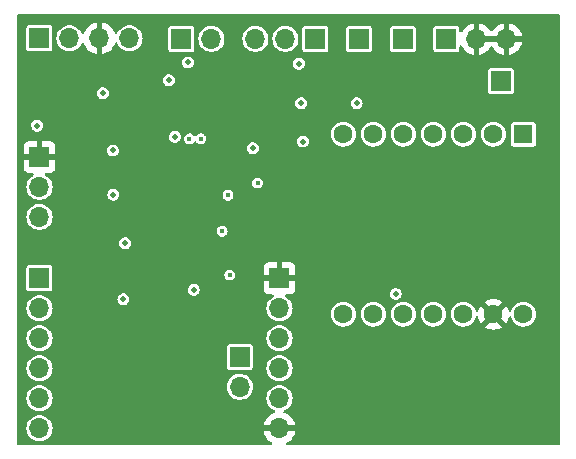
<source format=gbr>
%TF.GenerationSoftware,KiCad,Pcbnew,7.0.9*%
%TF.CreationDate,2024-04-08T13:50:44+02:00*%
%TF.ProjectId,Test_1,54657374-5f31-42e6-9b69-6361645f7063,rev?*%
%TF.SameCoordinates,Original*%
%TF.FileFunction,Copper,L2,Inr*%
%TF.FilePolarity,Positive*%
%FSLAX46Y46*%
G04 Gerber Fmt 4.6, Leading zero omitted, Abs format (unit mm)*
G04 Created by KiCad (PCBNEW 7.0.9) date 2024-04-08 13:50:44*
%MOMM*%
%LPD*%
G01*
G04 APERTURE LIST*
%TA.AperFunction,ComponentPad*%
%ADD10R,1.700000X1.700000*%
%TD*%
%TA.AperFunction,ComponentPad*%
%ADD11O,1.700000X1.700000*%
%TD*%
%TA.AperFunction,ComponentPad*%
%ADD12R,1.600000X1.600000*%
%TD*%
%TA.AperFunction,ComponentPad*%
%ADD13C,1.600000*%
%TD*%
%TA.AperFunction,ViaPad*%
%ADD14C,0.500000*%
%TD*%
%TA.AperFunction,ViaPad*%
%ADD15C,0.410000*%
%TD*%
G04 APERTURE END LIST*
D10*
%TO.N,Net-(J6-Pin_1)*%
%TO.C,JP1*%
X113200000Y-121200000D03*
D11*
%TO.N,GND*%
X115740000Y-121200000D03*
X118280000Y-121200000D03*
%TD*%
D10*
%TO.N,Net-(J5-Pin_1)*%
%TO.C,JP2*%
X102100000Y-121200000D03*
D11*
%TO.N,Net-(D1-A1)*%
X99560000Y-121200000D03*
%TO.N,Net-(J1-Pin_4)*%
X97020000Y-121200000D03*
%TD*%
D10*
%TO.N,Net-(J6-Pin_1)*%
%TO.C,J6*%
X109500000Y-121200000D03*
%TD*%
%TO.N,GND*%
%TO.C,JP3*%
X78740000Y-131200000D03*
D11*
%TO.N,Net-(JP3-C)*%
X78740000Y-133740000D03*
%TO.N,/3.3V*%
X78740000Y-136280000D03*
%TD*%
D10*
%TO.N,Net-(J5-Pin_1)*%
%TO.C,J5*%
X105800000Y-121200000D03*
%TD*%
%TO.N,Net-(J2-Pin_1)*%
%TO.C,J2*%
X95700000Y-148125000D03*
D11*
%TO.N,/OUT+*%
X95700000Y-150665000D03*
%TD*%
D10*
%TO.N,Net-(J3-Pin_1)*%
%TO.C,J3*%
X90760000Y-121200000D03*
D11*
%TO.N,/3.3V*%
X93300000Y-121200000D03*
%TD*%
D12*
%TO.N,Net-(Q4-E)*%
%TO.C,U2*%
X119720000Y-129280000D03*
D13*
%TO.N,Net-(U2-PA4_A1_D1)*%
X117180000Y-129280000D03*
%TO.N,unconnected-(U2-PA10_A2_D2-Pad3)*%
X114640000Y-129280000D03*
%TO.N,unconnected-(U2-PA11_A3_D3-Pad4)*%
X112100000Y-129280000D03*
%TO.N,unconnected-(U2-PA8_A4_D4_SDA-Pad5)*%
X109560000Y-129280000D03*
%TO.N,unconnected-(U2-PA9_A5_D5_SCL-Pad6)*%
X107020000Y-129280000D03*
%TO.N,unconnected-(U2-PB08_A6_D6_TX-Pad7)*%
X104480000Y-129280000D03*
%TO.N,Net-(U1-NCS)*%
X104480000Y-144520000D03*
%TO.N,Net-(U1-SCK)*%
X107020000Y-144520000D03*
%TO.N,Net-(U1-SDO)*%
X109560000Y-144520000D03*
%TO.N,Net-(U1-SDI)*%
X112100000Y-144520000D03*
%TO.N,unconnected-(U2-3V3-Pad12)*%
X114640000Y-144520000D03*
%TO.N,GND*%
X117180000Y-144520000D03*
%TO.N,/3.3V*%
X119720000Y-144520000D03*
%TD*%
D10*
%TO.N,unconnected-(J1-Pin_1-Pad1)*%
%TO.C,J1*%
X78740000Y-121158000D03*
D11*
%TO.N,unconnected-(J1-Pin_2-Pad2)*%
X81280000Y-121158000D03*
%TO.N,GND*%
X83820000Y-121158000D03*
%TO.N,Net-(J1-Pin_4)*%
X86360000Y-121158000D03*
%TD*%
D10*
%TO.N,GND*%
%TO.C,J106*%
X99060000Y-141478000D03*
D11*
%TO.N,unconnected-(J106-Pin_2-Pad2)*%
X99060000Y-144018000D03*
%TO.N,unconnected-(J106-Pin_3-Pad3)*%
X99060000Y-146558000D03*
%TO.N,unconnected-(J106-Pin_4-Pad4)*%
X99060000Y-149098000D03*
%TO.N,unconnected-(J106-Pin_5-Pad5)*%
X99060000Y-151638000D03*
%TO.N,GND*%
X99060000Y-154178000D03*
%TD*%
D10*
%TO.N,/3.3V*%
%TO.C,J4*%
X117790000Y-124790000D03*
%TD*%
%TO.N,Net-(J105-Pin_1)*%
%TO.C,J105*%
X78740000Y-141478000D03*
D11*
%TO.N,unconnected-(J105-Pin_2-Pad2)*%
X78740000Y-144018000D03*
%TO.N,unconnected-(J105-Pin_3-Pad3)*%
X78740000Y-146558000D03*
%TO.N,unconnected-(J105-Pin_4-Pad4)*%
X78740000Y-149098000D03*
%TO.N,unconnected-(J105-Pin_5-Pad5)*%
X78740000Y-151638000D03*
%TO.N,Net-(J105-Pin_6)*%
X78740000Y-154178000D03*
%TD*%
D14*
%TO.N,Net-(Q3-G)*%
X86000000Y-138500000D03*
%TO.N,Net-(U1-SDO)*%
X108900000Y-142800000D03*
X85850000Y-143250000D03*
D15*
%TO.N,GND*%
X87850000Y-131650000D03*
X92000000Y-132300000D03*
X88850000Y-131650000D03*
X89350000Y-133650000D03*
X90450000Y-135150000D03*
X88850000Y-132300000D03*
X91000000Y-132300000D03*
X89350000Y-135150000D03*
X87850000Y-135150000D03*
X87350000Y-136350000D03*
X89350000Y-132950000D03*
X88350000Y-135750000D03*
X90450000Y-132950000D03*
X92000000Y-133650000D03*
X88350000Y-135150000D03*
X90450000Y-133650000D03*
X92000000Y-136350000D03*
X87350000Y-131650000D03*
D14*
X78550000Y-125850000D03*
D15*
X92000000Y-131650000D03*
D14*
X81200000Y-129300000D03*
D15*
X87850000Y-135750000D03*
X91000000Y-132950000D03*
X91500000Y-136350000D03*
X88350000Y-136350000D03*
X91500000Y-135150000D03*
X88350000Y-132950000D03*
D14*
X98700000Y-139000000D03*
D15*
X89900000Y-136350000D03*
X87850000Y-133650000D03*
D14*
X83150000Y-148900000D03*
D15*
X92000000Y-135150000D03*
X87850000Y-136350000D03*
X89350000Y-135750000D03*
X91500000Y-132950000D03*
X88850000Y-135150000D03*
X90450000Y-131650000D03*
X87350000Y-135750000D03*
X88850000Y-132950000D03*
X87350000Y-132300000D03*
X91000000Y-135750000D03*
X88850000Y-135750000D03*
X90450000Y-136350000D03*
X90450000Y-132300000D03*
X89900000Y-133650000D03*
X91500000Y-135750000D03*
X91000000Y-133650000D03*
X92000000Y-135750000D03*
D14*
X82900000Y-138500000D03*
X95900000Y-124200000D03*
D15*
X87850000Y-132300000D03*
X88850000Y-133650000D03*
X88850000Y-136350000D03*
X87850000Y-132950000D03*
X87350000Y-132950000D03*
X91000000Y-135150000D03*
X89900000Y-135750000D03*
X90450000Y-135750000D03*
X91500000Y-132300000D03*
X91500000Y-133650000D03*
X89900000Y-132950000D03*
X88350000Y-131650000D03*
X89350000Y-131650000D03*
X89900000Y-132300000D03*
X88350000Y-133650000D03*
X89900000Y-135150000D03*
X89900000Y-131650000D03*
X91500000Y-131650000D03*
X87350000Y-135150000D03*
X89350000Y-136350000D03*
X91000000Y-136350000D03*
X89350000Y-132300000D03*
X87350000Y-133650000D03*
X91000000Y-131650000D03*
X92000000Y-132950000D03*
X88350000Y-132300000D03*
D14*
%TO.N,Net-(Q3-G)*%
X101050000Y-129900000D03*
%TO.N,Net-(Q4-B)*%
X100900000Y-126650000D03*
X105600000Y-126650000D03*
D15*
%TO.N,Net-(U1-INT)*%
X97200000Y-133400000D03*
D14*
%TO.N,Net-(U1-SW0)*%
X90200000Y-129500000D03*
X89700000Y-124700000D03*
D15*
%TO.N,Net-(JP3-C)*%
X92400000Y-129650000D03*
D14*
X84950000Y-130650000D03*
%TO.N,Net-(J2-Pin_1)*%
X91800000Y-142450000D03*
X96800000Y-130450000D03*
%TO.N,Net-(D1-A1)*%
X85000000Y-134400000D03*
D15*
X94700000Y-134450000D03*
D14*
X100700000Y-123300000D03*
D15*
%TO.N,/OUT+*%
X94850000Y-141196000D03*
X94200000Y-137500000D03*
D14*
X78550000Y-128550000D03*
X84100000Y-125800000D03*
D15*
%TO.N,Net-(J3-Pin_1)*%
X91437198Y-129660558D03*
D14*
X91300000Y-123200000D03*
%TD*%
%TA.AperFunction,Conductor*%
%TO.N,GND*%
G36*
X117820507Y-120990156D02*
G01*
X117780000Y-121128111D01*
X117780000Y-121271889D01*
X117820507Y-121409844D01*
X117846314Y-121450000D01*
X116173686Y-121450000D01*
X116199493Y-121409844D01*
X116240000Y-121271889D01*
X116240000Y-121128111D01*
X116199493Y-120990156D01*
X116173686Y-120950000D01*
X117846314Y-120950000D01*
X117820507Y-120990156D01*
G37*
%TD.AperFunction*%
%TA.AperFunction,Conductor*%
G36*
X122732539Y-119119685D02*
G01*
X122778294Y-119172489D01*
X122789500Y-119224000D01*
X122789500Y-155475500D01*
X122769815Y-155542539D01*
X122717011Y-155588294D01*
X122665500Y-155599500D01*
X99765283Y-155599500D01*
X99698244Y-155579815D01*
X99652489Y-155527011D01*
X99642545Y-155457853D01*
X99671570Y-155394297D01*
X99712878Y-155363118D01*
X99737578Y-155351600D01*
X99931082Y-155216105D01*
X100098105Y-155049082D01*
X100233600Y-154855578D01*
X100333429Y-154641492D01*
X100333432Y-154641486D01*
X100390636Y-154428000D01*
X99493686Y-154428000D01*
X99519493Y-154387844D01*
X99560000Y-154249889D01*
X99560000Y-154106111D01*
X99519493Y-153968156D01*
X99493686Y-153928000D01*
X100390636Y-153928000D01*
X100390635Y-153927999D01*
X100333432Y-153714513D01*
X100333429Y-153714507D01*
X100233600Y-153500422D01*
X100233599Y-153500420D01*
X100098113Y-153306926D01*
X100098108Y-153306920D01*
X99931082Y-153139894D01*
X99737578Y-153004399D01*
X99523492Y-152904570D01*
X99523477Y-152904564D01*
X99484414Y-152894097D01*
X99424754Y-152857732D01*
X99394226Y-152794885D01*
X99402521Y-152725509D01*
X99447007Y-152671632D01*
X99471710Y-152658698D01*
X99552637Y-152627348D01*
X99726041Y-152519981D01*
X99876764Y-152382579D01*
X99999673Y-152219821D01*
X100090582Y-152037250D01*
X100146397Y-151841083D01*
X100165215Y-151638000D01*
X100146397Y-151434917D01*
X100090582Y-151238750D01*
X99999673Y-151056179D01*
X99876764Y-150893421D01*
X99876762Y-150893418D01*
X99726041Y-150756019D01*
X99726039Y-150756017D01*
X99552642Y-150648655D01*
X99552635Y-150648651D01*
X99457546Y-150611814D01*
X99362456Y-150574976D01*
X99161976Y-150537500D01*
X98958024Y-150537500D01*
X98757544Y-150574976D01*
X98757541Y-150574976D01*
X98757541Y-150574977D01*
X98567364Y-150648651D01*
X98567357Y-150648655D01*
X98393960Y-150756017D01*
X98393958Y-150756019D01*
X98243237Y-150893418D01*
X98120327Y-151056178D01*
X98029422Y-151238739D01*
X98029417Y-151238752D01*
X97973602Y-151434917D01*
X97954785Y-151637999D01*
X97954785Y-151638000D01*
X97973602Y-151841082D01*
X98029417Y-152037247D01*
X98029422Y-152037260D01*
X98120327Y-152219821D01*
X98243237Y-152382581D01*
X98393958Y-152519980D01*
X98393960Y-152519982D01*
X98493141Y-152581392D01*
X98567363Y-152627348D01*
X98648283Y-152658696D01*
X98703685Y-152701269D01*
X98727276Y-152767035D01*
X98711565Y-152835116D01*
X98661542Y-152883895D01*
X98635586Y-152894097D01*
X98596519Y-152904565D01*
X98596507Y-152904570D01*
X98382422Y-153004399D01*
X98382420Y-153004400D01*
X98188926Y-153139886D01*
X98188920Y-153139891D01*
X98021891Y-153306920D01*
X98021886Y-153306926D01*
X97886400Y-153500420D01*
X97886399Y-153500422D01*
X97786570Y-153714507D01*
X97786567Y-153714513D01*
X97729364Y-153927999D01*
X97729364Y-153928000D01*
X98626314Y-153928000D01*
X98600507Y-153968156D01*
X98560000Y-154106111D01*
X98560000Y-154249889D01*
X98600507Y-154387844D01*
X98626314Y-154428000D01*
X97729364Y-154428000D01*
X97786567Y-154641486D01*
X97786570Y-154641492D01*
X97886399Y-154855578D01*
X98021894Y-155049082D01*
X98188917Y-155216105D01*
X98382421Y-155351600D01*
X98407122Y-155363118D01*
X98459561Y-155409290D01*
X98478713Y-155476484D01*
X98458497Y-155543365D01*
X98405332Y-155588700D01*
X98354717Y-155599500D01*
X76934500Y-155599500D01*
X76867461Y-155579815D01*
X76821706Y-155527011D01*
X76810500Y-155475500D01*
X76810500Y-154178000D01*
X77634785Y-154178000D01*
X77653602Y-154381082D01*
X77709417Y-154577247D01*
X77709422Y-154577260D01*
X77800327Y-154759821D01*
X77923237Y-154922581D01*
X78073958Y-155059980D01*
X78073960Y-155059982D01*
X78173141Y-155121392D01*
X78247363Y-155167348D01*
X78437544Y-155241024D01*
X78638024Y-155278500D01*
X78638026Y-155278500D01*
X78841974Y-155278500D01*
X78841976Y-155278500D01*
X79042456Y-155241024D01*
X79232637Y-155167348D01*
X79406041Y-155059981D01*
X79556764Y-154922579D01*
X79679673Y-154759821D01*
X79770582Y-154577250D01*
X79826397Y-154381083D01*
X79845215Y-154178000D01*
X79826397Y-153974917D01*
X79770582Y-153778750D01*
X79679673Y-153596179D01*
X79556764Y-153433421D01*
X79556762Y-153433418D01*
X79406041Y-153296019D01*
X79406039Y-153296017D01*
X79232642Y-153188655D01*
X79232635Y-153188651D01*
X79106769Y-153139891D01*
X79042456Y-153114976D01*
X78841976Y-153077500D01*
X78638024Y-153077500D01*
X78437544Y-153114976D01*
X78437541Y-153114976D01*
X78437541Y-153114977D01*
X78247364Y-153188651D01*
X78247357Y-153188655D01*
X78073960Y-153296017D01*
X78073958Y-153296019D01*
X77923237Y-153433418D01*
X77800327Y-153596178D01*
X77709422Y-153778739D01*
X77709417Y-153778752D01*
X77653602Y-153974917D01*
X77634785Y-154177999D01*
X77634785Y-154178000D01*
X76810500Y-154178000D01*
X76810500Y-151638000D01*
X77634785Y-151638000D01*
X77653602Y-151841082D01*
X77709417Y-152037247D01*
X77709422Y-152037260D01*
X77800327Y-152219821D01*
X77923237Y-152382581D01*
X78073958Y-152519980D01*
X78073960Y-152519982D01*
X78173141Y-152581392D01*
X78247363Y-152627348D01*
X78437544Y-152701024D01*
X78638024Y-152738500D01*
X78638026Y-152738500D01*
X78841974Y-152738500D01*
X78841976Y-152738500D01*
X79042456Y-152701024D01*
X79232637Y-152627348D01*
X79406041Y-152519981D01*
X79556764Y-152382579D01*
X79679673Y-152219821D01*
X79770582Y-152037250D01*
X79826397Y-151841083D01*
X79845215Y-151638000D01*
X79826397Y-151434917D01*
X79770582Y-151238750D01*
X79679673Y-151056179D01*
X79556764Y-150893421D01*
X79556762Y-150893418D01*
X79406041Y-150756019D01*
X79406039Y-150756017D01*
X79259040Y-150665000D01*
X94594785Y-150665000D01*
X94613602Y-150868082D01*
X94669417Y-151064247D01*
X94669422Y-151064260D01*
X94760327Y-151246821D01*
X94883237Y-151409581D01*
X95033958Y-151546980D01*
X95033960Y-151546982D01*
X95133141Y-151608392D01*
X95207363Y-151654348D01*
X95397544Y-151728024D01*
X95598024Y-151765500D01*
X95598026Y-151765500D01*
X95801974Y-151765500D01*
X95801976Y-151765500D01*
X96002456Y-151728024D01*
X96192637Y-151654348D01*
X96366041Y-151546981D01*
X96516764Y-151409579D01*
X96639673Y-151246821D01*
X96730582Y-151064250D01*
X96786397Y-150868083D01*
X96805215Y-150665000D01*
X96803700Y-150648655D01*
X96786397Y-150461917D01*
X96730582Y-150265750D01*
X96639673Y-150083179D01*
X96516764Y-149920421D01*
X96516762Y-149920418D01*
X96366041Y-149783019D01*
X96366039Y-149783017D01*
X96192642Y-149675655D01*
X96192635Y-149675651D01*
X96097546Y-149638814D01*
X96002456Y-149601976D01*
X95801976Y-149564500D01*
X95598024Y-149564500D01*
X95397544Y-149601976D01*
X95397541Y-149601976D01*
X95397541Y-149601977D01*
X95207364Y-149675651D01*
X95207357Y-149675655D01*
X95033960Y-149783017D01*
X95033958Y-149783019D01*
X94883237Y-149920418D01*
X94760327Y-150083178D01*
X94669422Y-150265739D01*
X94669417Y-150265752D01*
X94613602Y-150461917D01*
X94594785Y-150664999D01*
X94594785Y-150665000D01*
X79259040Y-150665000D01*
X79232642Y-150648655D01*
X79232635Y-150648651D01*
X79137546Y-150611814D01*
X79042456Y-150574976D01*
X78841976Y-150537500D01*
X78638024Y-150537500D01*
X78437544Y-150574976D01*
X78437541Y-150574976D01*
X78437541Y-150574977D01*
X78247364Y-150648651D01*
X78247357Y-150648655D01*
X78073960Y-150756017D01*
X78073958Y-150756019D01*
X77923237Y-150893418D01*
X77800327Y-151056178D01*
X77709422Y-151238739D01*
X77709417Y-151238752D01*
X77653602Y-151434917D01*
X77634785Y-151637999D01*
X77634785Y-151638000D01*
X76810500Y-151638000D01*
X76810500Y-149098000D01*
X77634785Y-149098000D01*
X77653602Y-149301082D01*
X77709417Y-149497247D01*
X77709422Y-149497260D01*
X77800327Y-149679821D01*
X77923237Y-149842581D01*
X78073958Y-149979980D01*
X78073960Y-149979982D01*
X78173141Y-150041392D01*
X78247363Y-150087348D01*
X78437544Y-150161024D01*
X78638024Y-150198500D01*
X78638026Y-150198500D01*
X78841974Y-150198500D01*
X78841976Y-150198500D01*
X79042456Y-150161024D01*
X79232637Y-150087348D01*
X79406041Y-149979981D01*
X79556764Y-149842579D01*
X79679673Y-149679821D01*
X79770582Y-149497250D01*
X79826397Y-149301083D01*
X79845215Y-149098000D01*
X79836104Y-148999678D01*
X94599500Y-148999678D01*
X94614032Y-149072735D01*
X94614033Y-149072739D01*
X94614034Y-149072740D01*
X94669399Y-149155601D01*
X94752260Y-149210966D01*
X94752264Y-149210967D01*
X94825321Y-149225499D01*
X94825324Y-149225500D01*
X94825326Y-149225500D01*
X96574676Y-149225500D01*
X96574677Y-149225499D01*
X96647740Y-149210966D01*
X96730601Y-149155601D01*
X96769088Y-149098000D01*
X97954785Y-149098000D01*
X97973602Y-149301082D01*
X98029417Y-149497247D01*
X98029422Y-149497260D01*
X98120327Y-149679821D01*
X98243237Y-149842581D01*
X98393958Y-149979980D01*
X98393960Y-149979982D01*
X98493141Y-150041392D01*
X98567363Y-150087348D01*
X98757544Y-150161024D01*
X98958024Y-150198500D01*
X98958026Y-150198500D01*
X99161974Y-150198500D01*
X99161976Y-150198500D01*
X99362456Y-150161024D01*
X99552637Y-150087348D01*
X99726041Y-149979981D01*
X99876764Y-149842579D01*
X99999673Y-149679821D01*
X100090582Y-149497250D01*
X100146397Y-149301083D01*
X100165215Y-149098000D01*
X100146397Y-148894917D01*
X100090582Y-148698750D01*
X99999673Y-148516179D01*
X99876764Y-148353421D01*
X99876762Y-148353418D01*
X99726041Y-148216019D01*
X99726039Y-148216017D01*
X99552642Y-148108655D01*
X99552635Y-148108651D01*
X99457546Y-148071814D01*
X99362456Y-148034976D01*
X99161976Y-147997500D01*
X98958024Y-147997500D01*
X98757544Y-148034976D01*
X98757541Y-148034976D01*
X98757541Y-148034977D01*
X98567364Y-148108651D01*
X98567357Y-148108655D01*
X98393960Y-148216017D01*
X98393958Y-148216019D01*
X98243237Y-148353418D01*
X98120327Y-148516178D01*
X98029422Y-148698739D01*
X98029417Y-148698752D01*
X97973602Y-148894917D01*
X97954785Y-149097999D01*
X97954785Y-149098000D01*
X96769088Y-149098000D01*
X96785966Y-149072740D01*
X96800500Y-148999674D01*
X96800500Y-147250326D01*
X96800500Y-147250323D01*
X96800499Y-147250321D01*
X96785967Y-147177264D01*
X96785966Y-147177260D01*
X96760950Y-147139821D01*
X96730601Y-147094399D01*
X96647740Y-147039034D01*
X96647739Y-147039033D01*
X96647735Y-147039032D01*
X96574677Y-147024500D01*
X96574674Y-147024500D01*
X94825326Y-147024500D01*
X94825323Y-147024500D01*
X94752264Y-147039032D01*
X94752260Y-147039033D01*
X94669399Y-147094399D01*
X94614033Y-147177260D01*
X94614032Y-147177264D01*
X94599500Y-147250321D01*
X94599500Y-148999678D01*
X79836104Y-148999678D01*
X79826397Y-148894917D01*
X79770582Y-148698750D01*
X79679673Y-148516179D01*
X79556764Y-148353421D01*
X79556762Y-148353418D01*
X79406041Y-148216019D01*
X79406039Y-148216017D01*
X79232642Y-148108655D01*
X79232635Y-148108651D01*
X79137546Y-148071814D01*
X79042456Y-148034976D01*
X78841976Y-147997500D01*
X78638024Y-147997500D01*
X78437544Y-148034976D01*
X78437541Y-148034976D01*
X78437541Y-148034977D01*
X78247364Y-148108651D01*
X78247357Y-148108655D01*
X78073960Y-148216017D01*
X78073958Y-148216019D01*
X77923237Y-148353418D01*
X77800327Y-148516178D01*
X77709422Y-148698739D01*
X77709417Y-148698752D01*
X77653602Y-148894917D01*
X77634785Y-149097999D01*
X77634785Y-149098000D01*
X76810500Y-149098000D01*
X76810500Y-146558000D01*
X77634785Y-146558000D01*
X77653602Y-146761082D01*
X77709417Y-146957247D01*
X77709422Y-146957260D01*
X77800327Y-147139821D01*
X77923237Y-147302581D01*
X78073958Y-147439980D01*
X78073960Y-147439982D01*
X78173141Y-147501392D01*
X78247363Y-147547348D01*
X78437544Y-147621024D01*
X78638024Y-147658500D01*
X78638026Y-147658500D01*
X78841974Y-147658500D01*
X78841976Y-147658500D01*
X79042456Y-147621024D01*
X79232637Y-147547348D01*
X79406041Y-147439981D01*
X79556764Y-147302579D01*
X79679673Y-147139821D01*
X79770582Y-146957250D01*
X79826397Y-146761083D01*
X79845215Y-146558000D01*
X97954785Y-146558000D01*
X97973602Y-146761082D01*
X98029417Y-146957247D01*
X98029422Y-146957260D01*
X98120327Y-147139821D01*
X98243237Y-147302581D01*
X98393958Y-147439980D01*
X98393960Y-147439982D01*
X98493141Y-147501392D01*
X98567363Y-147547348D01*
X98757544Y-147621024D01*
X98958024Y-147658500D01*
X98958026Y-147658500D01*
X99161974Y-147658500D01*
X99161976Y-147658500D01*
X99362456Y-147621024D01*
X99552637Y-147547348D01*
X99726041Y-147439981D01*
X99876764Y-147302579D01*
X99999673Y-147139821D01*
X100090582Y-146957250D01*
X100146397Y-146761083D01*
X100165215Y-146558000D01*
X100146397Y-146354917D01*
X100090582Y-146158750D01*
X99999673Y-145976179D01*
X99940704Y-145898091D01*
X99876762Y-145813418D01*
X99726041Y-145676019D01*
X99726039Y-145676017D01*
X99552642Y-145568655D01*
X99552635Y-145568651D01*
X99457546Y-145531814D01*
X99362456Y-145494976D01*
X99161976Y-145457500D01*
X98958024Y-145457500D01*
X98757544Y-145494976D01*
X98757541Y-145494976D01*
X98757541Y-145494977D01*
X98567364Y-145568651D01*
X98567357Y-145568655D01*
X98393960Y-145676017D01*
X98393958Y-145676019D01*
X98243237Y-145813418D01*
X98120327Y-145976178D01*
X98029422Y-146158739D01*
X98029417Y-146158752D01*
X97973602Y-146354917D01*
X97954785Y-146557999D01*
X97954785Y-146558000D01*
X79845215Y-146558000D01*
X79826397Y-146354917D01*
X79770582Y-146158750D01*
X79679673Y-145976179D01*
X79620704Y-145898091D01*
X79556762Y-145813418D01*
X79406041Y-145676019D01*
X79406039Y-145676017D01*
X79232642Y-145568655D01*
X79232635Y-145568651D01*
X79137546Y-145531814D01*
X79042456Y-145494976D01*
X78841976Y-145457500D01*
X78638024Y-145457500D01*
X78437544Y-145494976D01*
X78437541Y-145494976D01*
X78437541Y-145494977D01*
X78247364Y-145568651D01*
X78247357Y-145568655D01*
X78073960Y-145676017D01*
X78073958Y-145676019D01*
X77923237Y-145813418D01*
X77800327Y-145976178D01*
X77709422Y-146158739D01*
X77709417Y-146158752D01*
X77653602Y-146354917D01*
X77634785Y-146557999D01*
X77634785Y-146558000D01*
X76810500Y-146558000D01*
X76810500Y-144018000D01*
X77634785Y-144018000D01*
X77653602Y-144221082D01*
X77709417Y-144417247D01*
X77709422Y-144417260D01*
X77800327Y-144599821D01*
X77923237Y-144762581D01*
X78073958Y-144899980D01*
X78073960Y-144899982D01*
X78112678Y-144923955D01*
X78247363Y-145007348D01*
X78437544Y-145081024D01*
X78638024Y-145118500D01*
X78638026Y-145118500D01*
X78841974Y-145118500D01*
X78841976Y-145118500D01*
X79042456Y-145081024D01*
X79232637Y-145007348D01*
X79406041Y-144899981D01*
X79556764Y-144762579D01*
X79679673Y-144599821D01*
X79770582Y-144417250D01*
X79826397Y-144221083D01*
X79845215Y-144018000D01*
X79837389Y-143933547D01*
X79826397Y-143814917D01*
X79814638Y-143773589D01*
X79770582Y-143618750D01*
X79679673Y-143436179D01*
X79577213Y-143300500D01*
X79556762Y-143273418D01*
X79531073Y-143250000D01*
X85344353Y-143250000D01*
X85364834Y-143392456D01*
X85386992Y-143440974D01*
X85424623Y-143523373D01*
X85518872Y-143632143D01*
X85639947Y-143709953D01*
X85639950Y-143709954D01*
X85639949Y-143709954D01*
X85778036Y-143750499D01*
X85778038Y-143750500D01*
X85778039Y-143750500D01*
X85921962Y-143750500D01*
X85921962Y-143750499D01*
X86060053Y-143709953D01*
X86181128Y-143632143D01*
X86275377Y-143523373D01*
X86335165Y-143392457D01*
X86355647Y-143250000D01*
X86335165Y-143107543D01*
X86275377Y-142976627D01*
X86181128Y-142867857D01*
X86060053Y-142790047D01*
X86060051Y-142790046D01*
X86060049Y-142790045D01*
X86060050Y-142790045D01*
X85921963Y-142749500D01*
X85921961Y-142749500D01*
X85778039Y-142749500D01*
X85778036Y-142749500D01*
X85639949Y-142790045D01*
X85518873Y-142867856D01*
X85424623Y-142976626D01*
X85424622Y-142976628D01*
X85364834Y-143107543D01*
X85344353Y-143250000D01*
X79531073Y-143250000D01*
X79406041Y-143136019D01*
X79406039Y-143136017D01*
X79232642Y-143028655D01*
X79232635Y-143028651D01*
X79137546Y-142991814D01*
X79042456Y-142954976D01*
X78841976Y-142917500D01*
X78638024Y-142917500D01*
X78437544Y-142954976D01*
X78437541Y-142954976D01*
X78437541Y-142954977D01*
X78247364Y-143028651D01*
X78247357Y-143028655D01*
X78073960Y-143136017D01*
X78073958Y-143136019D01*
X77923237Y-143273418D01*
X77800327Y-143436178D01*
X77709422Y-143618739D01*
X77709417Y-143618752D01*
X77653602Y-143814917D01*
X77634785Y-144017999D01*
X77634785Y-144018000D01*
X76810500Y-144018000D01*
X76810500Y-142352678D01*
X77639500Y-142352678D01*
X77654032Y-142425735D01*
X77654033Y-142425739D01*
X77654034Y-142425740D01*
X77709399Y-142508601D01*
X77792260Y-142563966D01*
X77792264Y-142563967D01*
X77865321Y-142578499D01*
X77865324Y-142578500D01*
X77865326Y-142578500D01*
X79614676Y-142578500D01*
X79614677Y-142578499D01*
X79687740Y-142563966D01*
X79770601Y-142508601D01*
X79809756Y-142450000D01*
X91294353Y-142450000D01*
X91314834Y-142592456D01*
X91344559Y-142657543D01*
X91374623Y-142723373D01*
X91468872Y-142832143D01*
X91589947Y-142909953D01*
X91589950Y-142909954D01*
X91589949Y-142909954D01*
X91728036Y-142950499D01*
X91728038Y-142950500D01*
X91728039Y-142950500D01*
X91871962Y-142950500D01*
X91871962Y-142950499D01*
X92010053Y-142909953D01*
X92131128Y-142832143D01*
X92225377Y-142723373D01*
X92285165Y-142592457D01*
X92305647Y-142450000D01*
X92294985Y-142375844D01*
X97710000Y-142375844D01*
X97716401Y-142435372D01*
X97716403Y-142435379D01*
X97766645Y-142570086D01*
X97766649Y-142570093D01*
X97852809Y-142685187D01*
X97852812Y-142685190D01*
X97967906Y-142771350D01*
X97967913Y-142771354D01*
X98102620Y-142821596D01*
X98102627Y-142821598D01*
X98162155Y-142827999D01*
X98162172Y-142828000D01*
X98455612Y-142828000D01*
X98522651Y-142847685D01*
X98568406Y-142900489D01*
X98578350Y-142969647D01*
X98549325Y-143033203D01*
X98520889Y-143057427D01*
X98393960Y-143136017D01*
X98393958Y-143136019D01*
X98243237Y-143273418D01*
X98120327Y-143436178D01*
X98029422Y-143618739D01*
X98029417Y-143618752D01*
X97973602Y-143814917D01*
X97954785Y-144017999D01*
X97954785Y-144018000D01*
X97973602Y-144221082D01*
X98029417Y-144417247D01*
X98029422Y-144417260D01*
X98120327Y-144599821D01*
X98243237Y-144762581D01*
X98393958Y-144899980D01*
X98393960Y-144899982D01*
X98432678Y-144923955D01*
X98567363Y-145007348D01*
X98757544Y-145081024D01*
X98958024Y-145118500D01*
X98958026Y-145118500D01*
X99161974Y-145118500D01*
X99161976Y-145118500D01*
X99362456Y-145081024D01*
X99552637Y-145007348D01*
X99726041Y-144899981D01*
X99876764Y-144762579D01*
X99999673Y-144599821D01*
X100039419Y-144520000D01*
X103424417Y-144520000D01*
X103444699Y-144725932D01*
X103474734Y-144824944D01*
X103504768Y-144923954D01*
X103602315Y-145106450D01*
X103602317Y-145106452D01*
X103733589Y-145266410D01*
X103830209Y-145345702D01*
X103893550Y-145397685D01*
X104076046Y-145495232D01*
X104274066Y-145555300D01*
X104274065Y-145555300D01*
X104292529Y-145557118D01*
X104480000Y-145575583D01*
X104685934Y-145555300D01*
X104883954Y-145495232D01*
X105066450Y-145397685D01*
X105226410Y-145266410D01*
X105357685Y-145106450D01*
X105455232Y-144923954D01*
X105515300Y-144725934D01*
X105535583Y-144520000D01*
X105964417Y-144520000D01*
X105984699Y-144725932D01*
X106014734Y-144824944D01*
X106044768Y-144923954D01*
X106142315Y-145106450D01*
X106142317Y-145106452D01*
X106273589Y-145266410D01*
X106370209Y-145345702D01*
X106433550Y-145397685D01*
X106616046Y-145495232D01*
X106814066Y-145555300D01*
X106814065Y-145555300D01*
X106832529Y-145557118D01*
X107020000Y-145575583D01*
X107225934Y-145555300D01*
X107423954Y-145495232D01*
X107606450Y-145397685D01*
X107766410Y-145266410D01*
X107897685Y-145106450D01*
X107995232Y-144923954D01*
X108055300Y-144725934D01*
X108075583Y-144520000D01*
X108504417Y-144520000D01*
X108524699Y-144725932D01*
X108554734Y-144824944D01*
X108584768Y-144923954D01*
X108682315Y-145106450D01*
X108682317Y-145106452D01*
X108813589Y-145266410D01*
X108910209Y-145345702D01*
X108973550Y-145397685D01*
X109156046Y-145495232D01*
X109354066Y-145555300D01*
X109354065Y-145555300D01*
X109372529Y-145557118D01*
X109560000Y-145575583D01*
X109765934Y-145555300D01*
X109963954Y-145495232D01*
X110146450Y-145397685D01*
X110306410Y-145266410D01*
X110437685Y-145106450D01*
X110535232Y-144923954D01*
X110595300Y-144725934D01*
X110615583Y-144520000D01*
X111044417Y-144520000D01*
X111064699Y-144725932D01*
X111094734Y-144824944D01*
X111124768Y-144923954D01*
X111222315Y-145106450D01*
X111222317Y-145106452D01*
X111353589Y-145266410D01*
X111450209Y-145345702D01*
X111513550Y-145397685D01*
X111696046Y-145495232D01*
X111894066Y-145555300D01*
X111894065Y-145555300D01*
X111912529Y-145557118D01*
X112100000Y-145575583D01*
X112305934Y-145555300D01*
X112503954Y-145495232D01*
X112686450Y-145397685D01*
X112846410Y-145266410D01*
X112977685Y-145106450D01*
X113075232Y-144923954D01*
X113135300Y-144725934D01*
X113155583Y-144520000D01*
X113584417Y-144520000D01*
X113604699Y-144725932D01*
X113634734Y-144824944D01*
X113664768Y-144923954D01*
X113762315Y-145106450D01*
X113762317Y-145106452D01*
X113893589Y-145266410D01*
X113990209Y-145345702D01*
X114053550Y-145397685D01*
X114236046Y-145495232D01*
X114434066Y-145555300D01*
X114434065Y-145555300D01*
X114452529Y-145557118D01*
X114640000Y-145575583D01*
X114845934Y-145555300D01*
X115043954Y-145495232D01*
X115226450Y-145397685D01*
X115386410Y-145266410D01*
X115517685Y-145106450D01*
X115615232Y-144923954D01*
X115662891Y-144766839D01*
X115701187Y-144708403D01*
X115764999Y-144679946D01*
X115834066Y-144690505D01*
X115886460Y-144736729D01*
X115901326Y-144770742D01*
X115953731Y-144966319D01*
X115953734Y-144966326D01*
X116049865Y-145172481D01*
X116049866Y-145172483D01*
X116100973Y-145245471D01*
X116100974Y-145245472D01*
X116696922Y-144649523D01*
X116720507Y-144729844D01*
X116798239Y-144850798D01*
X116906900Y-144944952D01*
X117037685Y-145004680D01*
X117047466Y-145006086D01*
X116454526Y-145599025D01*
X116454526Y-145599026D01*
X116527512Y-145650131D01*
X116527516Y-145650133D01*
X116733673Y-145746265D01*
X116733682Y-145746269D01*
X116953389Y-145805139D01*
X116953400Y-145805141D01*
X117179998Y-145824966D01*
X117180002Y-145824966D01*
X117406599Y-145805141D01*
X117406610Y-145805139D01*
X117626317Y-145746269D01*
X117626331Y-145746264D01*
X117832478Y-145650136D01*
X117905472Y-145599025D01*
X117312534Y-145006086D01*
X117322315Y-145004680D01*
X117453100Y-144944952D01*
X117561761Y-144850798D01*
X117639493Y-144729844D01*
X117663076Y-144649523D01*
X118259025Y-145245472D01*
X118310136Y-145172478D01*
X118406264Y-144966331D01*
X118406269Y-144966317D01*
X118458673Y-144770743D01*
X118495038Y-144711082D01*
X118557885Y-144680553D01*
X118627260Y-144688848D01*
X118681138Y-144733333D01*
X118697108Y-144766840D01*
X118744768Y-144923954D01*
X118842315Y-145106450D01*
X118842317Y-145106452D01*
X118973589Y-145266410D01*
X119070209Y-145345702D01*
X119133550Y-145397685D01*
X119316046Y-145495232D01*
X119514066Y-145555300D01*
X119514065Y-145555300D01*
X119532529Y-145557118D01*
X119720000Y-145575583D01*
X119925934Y-145555300D01*
X120123954Y-145495232D01*
X120306450Y-145397685D01*
X120466410Y-145266410D01*
X120597685Y-145106450D01*
X120695232Y-144923954D01*
X120755300Y-144725934D01*
X120775583Y-144520000D01*
X120755300Y-144314066D01*
X120695232Y-144116046D01*
X120597685Y-143933550D01*
X120500326Y-143814917D01*
X120466410Y-143773589D01*
X120306452Y-143642317D01*
X120306453Y-143642317D01*
X120306450Y-143642315D01*
X120123954Y-143544768D01*
X119925934Y-143484700D01*
X119925932Y-143484699D01*
X119925934Y-143484699D01*
X119720000Y-143464417D01*
X119514067Y-143484699D01*
X119316043Y-143544769D01*
X119205898Y-143603643D01*
X119133550Y-143642315D01*
X119133548Y-143642316D01*
X119133547Y-143642317D01*
X118973589Y-143773589D01*
X118842317Y-143933547D01*
X118744769Y-144116043D01*
X118697109Y-144273158D01*
X118658811Y-144331597D01*
X118594999Y-144360053D01*
X118525932Y-144349493D01*
X118473538Y-144303269D01*
X118458673Y-144269256D01*
X118406269Y-144073682D01*
X118406265Y-144073673D01*
X118310133Y-143867516D01*
X118310131Y-143867512D01*
X118259026Y-143794526D01*
X118259025Y-143794526D01*
X117663076Y-144390475D01*
X117639493Y-144310156D01*
X117561761Y-144189202D01*
X117453100Y-144095048D01*
X117322315Y-144035320D01*
X117312533Y-144033913D01*
X117905472Y-143440974D01*
X117905471Y-143440973D01*
X117832483Y-143389866D01*
X117832481Y-143389865D01*
X117626326Y-143293734D01*
X117626317Y-143293730D01*
X117406610Y-143234860D01*
X117406599Y-143234858D01*
X117180002Y-143215034D01*
X117179998Y-143215034D01*
X116953400Y-143234858D01*
X116953389Y-143234860D01*
X116733682Y-143293730D01*
X116733673Y-143293734D01*
X116527513Y-143389868D01*
X116454527Y-143440972D01*
X116454526Y-143440973D01*
X117047467Y-144033913D01*
X117037685Y-144035320D01*
X116906900Y-144095048D01*
X116798239Y-144189202D01*
X116720507Y-144310156D01*
X116696923Y-144390476D01*
X116100973Y-143794526D01*
X116100972Y-143794527D01*
X116049868Y-143867513D01*
X115953734Y-144073673D01*
X115953731Y-144073680D01*
X115901326Y-144269257D01*
X115864961Y-144328917D01*
X115802113Y-144359446D01*
X115732738Y-144351151D01*
X115678860Y-144306666D01*
X115662892Y-144273162D01*
X115615232Y-144116046D01*
X115517685Y-143933550D01*
X115420326Y-143814917D01*
X115386410Y-143773589D01*
X115226452Y-143642317D01*
X115226453Y-143642317D01*
X115226450Y-143642315D01*
X115043954Y-143544768D01*
X114845934Y-143484700D01*
X114845932Y-143484699D01*
X114845934Y-143484699D01*
X114640000Y-143464417D01*
X114434067Y-143484699D01*
X114236043Y-143544769D01*
X114125898Y-143603643D01*
X114053550Y-143642315D01*
X114053548Y-143642316D01*
X114053547Y-143642317D01*
X113893589Y-143773589D01*
X113762317Y-143933547D01*
X113664769Y-144116043D01*
X113604699Y-144314067D01*
X113584417Y-144520000D01*
X113155583Y-144520000D01*
X113135300Y-144314066D01*
X113075232Y-144116046D01*
X112977685Y-143933550D01*
X112880326Y-143814917D01*
X112846410Y-143773589D01*
X112686452Y-143642317D01*
X112686453Y-143642317D01*
X112686450Y-143642315D01*
X112503954Y-143544768D01*
X112305934Y-143484700D01*
X112305932Y-143484699D01*
X112305934Y-143484699D01*
X112100000Y-143464417D01*
X111894067Y-143484699D01*
X111696043Y-143544769D01*
X111585898Y-143603643D01*
X111513550Y-143642315D01*
X111513548Y-143642316D01*
X111513547Y-143642317D01*
X111353589Y-143773589D01*
X111222317Y-143933547D01*
X111124769Y-144116043D01*
X111064699Y-144314067D01*
X111044417Y-144520000D01*
X110615583Y-144520000D01*
X110595300Y-144314066D01*
X110535232Y-144116046D01*
X110437685Y-143933550D01*
X110340326Y-143814917D01*
X110306410Y-143773589D01*
X110146452Y-143642317D01*
X110146453Y-143642317D01*
X110146450Y-143642315D01*
X109963954Y-143544768D01*
X109765934Y-143484700D01*
X109765932Y-143484699D01*
X109765934Y-143484699D01*
X109560000Y-143464417D01*
X109354067Y-143484699D01*
X109156043Y-143544769D01*
X109045898Y-143603643D01*
X108973550Y-143642315D01*
X108973548Y-143642316D01*
X108973547Y-143642317D01*
X108813589Y-143773589D01*
X108682317Y-143933547D01*
X108584769Y-144116043D01*
X108524699Y-144314067D01*
X108504417Y-144520000D01*
X108075583Y-144520000D01*
X108055300Y-144314066D01*
X107995232Y-144116046D01*
X107897685Y-143933550D01*
X107800326Y-143814917D01*
X107766410Y-143773589D01*
X107606452Y-143642317D01*
X107606453Y-143642317D01*
X107606450Y-143642315D01*
X107423954Y-143544768D01*
X107225934Y-143484700D01*
X107225932Y-143484699D01*
X107225934Y-143484699D01*
X107020000Y-143464417D01*
X106814067Y-143484699D01*
X106616043Y-143544769D01*
X106505898Y-143603643D01*
X106433550Y-143642315D01*
X106433548Y-143642316D01*
X106433547Y-143642317D01*
X106273589Y-143773589D01*
X106142317Y-143933547D01*
X106044769Y-144116043D01*
X105984699Y-144314067D01*
X105964417Y-144520000D01*
X105535583Y-144520000D01*
X105515300Y-144314066D01*
X105455232Y-144116046D01*
X105357685Y-143933550D01*
X105260326Y-143814917D01*
X105226410Y-143773589D01*
X105066452Y-143642317D01*
X105066453Y-143642317D01*
X105066450Y-143642315D01*
X104883954Y-143544768D01*
X104685934Y-143484700D01*
X104685932Y-143484699D01*
X104685934Y-143484699D01*
X104480000Y-143464417D01*
X104274067Y-143484699D01*
X104076043Y-143544769D01*
X103965898Y-143603643D01*
X103893550Y-143642315D01*
X103893548Y-143642316D01*
X103893547Y-143642317D01*
X103733589Y-143773589D01*
X103602317Y-143933547D01*
X103504769Y-144116043D01*
X103444699Y-144314067D01*
X103424417Y-144520000D01*
X100039419Y-144520000D01*
X100090582Y-144417250D01*
X100146397Y-144221083D01*
X100165215Y-144018000D01*
X100157389Y-143933547D01*
X100146397Y-143814917D01*
X100134638Y-143773589D01*
X100090582Y-143618750D01*
X99999673Y-143436179D01*
X99897213Y-143300500D01*
X99876762Y-143273418D01*
X99726041Y-143136019D01*
X99726039Y-143136017D01*
X99599111Y-143057427D01*
X99552475Y-143005399D01*
X99541371Y-142936417D01*
X99569324Y-142872383D01*
X99627459Y-142833627D01*
X99664388Y-142828000D01*
X99957828Y-142828000D01*
X99957844Y-142827999D01*
X100017372Y-142821598D01*
X100017379Y-142821596D01*
X100075281Y-142800000D01*
X108394353Y-142800000D01*
X108414834Y-142942456D01*
X108474622Y-143073371D01*
X108474623Y-143073373D01*
X108568872Y-143182143D01*
X108689947Y-143259953D01*
X108689950Y-143259954D01*
X108689949Y-143259954D01*
X108828036Y-143300499D01*
X108828038Y-143300500D01*
X108828039Y-143300500D01*
X108971962Y-143300500D01*
X108971962Y-143300499D01*
X109110053Y-143259953D01*
X109231128Y-143182143D01*
X109325377Y-143073373D01*
X109385165Y-142942457D01*
X109405647Y-142800000D01*
X109385165Y-142657543D01*
X109325377Y-142526627D01*
X109231128Y-142417857D01*
X109110053Y-142340047D01*
X109110051Y-142340046D01*
X109110049Y-142340045D01*
X109110050Y-142340045D01*
X108971963Y-142299500D01*
X108971961Y-142299500D01*
X108828039Y-142299500D01*
X108828036Y-142299500D01*
X108689949Y-142340045D01*
X108568873Y-142417856D01*
X108474623Y-142526626D01*
X108474622Y-142526628D01*
X108414834Y-142657543D01*
X108394353Y-142800000D01*
X100075281Y-142800000D01*
X100152086Y-142771354D01*
X100152093Y-142771350D01*
X100267187Y-142685190D01*
X100267190Y-142685187D01*
X100353350Y-142570093D01*
X100353354Y-142570086D01*
X100403596Y-142435379D01*
X100403598Y-142435372D01*
X100409999Y-142375844D01*
X100410000Y-142375827D01*
X100410000Y-141728000D01*
X99493686Y-141728000D01*
X99519493Y-141687844D01*
X99560000Y-141549889D01*
X99560000Y-141406111D01*
X99519493Y-141268156D01*
X99493686Y-141228000D01*
X100410000Y-141228000D01*
X100410000Y-140580172D01*
X100409999Y-140580155D01*
X100403598Y-140520627D01*
X100403596Y-140520620D01*
X100353354Y-140385913D01*
X100353350Y-140385906D01*
X100267190Y-140270812D01*
X100267187Y-140270809D01*
X100152093Y-140184649D01*
X100152086Y-140184645D01*
X100017379Y-140134403D01*
X100017372Y-140134401D01*
X99957844Y-140128000D01*
X99310000Y-140128000D01*
X99310000Y-141042498D01*
X99202315Y-140993320D01*
X99095763Y-140978000D01*
X99024237Y-140978000D01*
X98917685Y-140993320D01*
X98810000Y-141042498D01*
X98810000Y-140128000D01*
X98162155Y-140128000D01*
X98102627Y-140134401D01*
X98102620Y-140134403D01*
X97967913Y-140184645D01*
X97967906Y-140184649D01*
X97852812Y-140270809D01*
X97852809Y-140270812D01*
X97766649Y-140385906D01*
X97766645Y-140385913D01*
X97716403Y-140520620D01*
X97716401Y-140520627D01*
X97710000Y-140580155D01*
X97710000Y-141228000D01*
X98626314Y-141228000D01*
X98600507Y-141268156D01*
X98560000Y-141406111D01*
X98560000Y-141549889D01*
X98600507Y-141687844D01*
X98626314Y-141728000D01*
X97710000Y-141728000D01*
X97710000Y-142375844D01*
X92294985Y-142375844D01*
X92285165Y-142307543D01*
X92225377Y-142176627D01*
X92131128Y-142067857D01*
X92010053Y-141990047D01*
X92010051Y-141990046D01*
X92010049Y-141990045D01*
X92010050Y-141990045D01*
X91871963Y-141949500D01*
X91871961Y-141949500D01*
X91728039Y-141949500D01*
X91728036Y-141949500D01*
X91589949Y-141990045D01*
X91468873Y-142067856D01*
X91374623Y-142176626D01*
X91374622Y-142176628D01*
X91314834Y-142307543D01*
X91294353Y-142450000D01*
X79809756Y-142450000D01*
X79825966Y-142425740D01*
X79840500Y-142352674D01*
X79840500Y-141196000D01*
X94389816Y-141196000D01*
X94408456Y-141325647D01*
X94408457Y-141325648D01*
X94462866Y-141444790D01*
X94462868Y-141444792D01*
X94462869Y-141444794D01*
X94548644Y-141543784D01*
X94658833Y-141614598D01*
X94762881Y-141645149D01*
X94784508Y-141651500D01*
X94784509Y-141651500D01*
X94915492Y-141651500D01*
X94933943Y-141646081D01*
X95041167Y-141614598D01*
X95151356Y-141543784D01*
X95237131Y-141444794D01*
X95291543Y-141325649D01*
X95310184Y-141196000D01*
X95291543Y-141066351D01*
X95251194Y-140978000D01*
X95237133Y-140947209D01*
X95237131Y-140947207D01*
X95237131Y-140947206D01*
X95151356Y-140848216D01*
X95041167Y-140777402D01*
X94952394Y-140751335D01*
X94915492Y-140740500D01*
X94915491Y-140740500D01*
X94784509Y-140740500D01*
X94784508Y-140740500D01*
X94732265Y-140755840D01*
X94658833Y-140777402D01*
X94658831Y-140777402D01*
X94658831Y-140777403D01*
X94548645Y-140848215D01*
X94462869Y-140947206D01*
X94462866Y-140947209D01*
X94408457Y-141066351D01*
X94408456Y-141066352D01*
X94389816Y-141196000D01*
X79840500Y-141196000D01*
X79840500Y-140603326D01*
X79840500Y-140603323D01*
X79840499Y-140603321D01*
X79825967Y-140530264D01*
X79825966Y-140530260D01*
X79770601Y-140447399D01*
X79687740Y-140392034D01*
X79687739Y-140392033D01*
X79687735Y-140392032D01*
X79614677Y-140377500D01*
X79614674Y-140377500D01*
X77865326Y-140377500D01*
X77865323Y-140377500D01*
X77792264Y-140392032D01*
X77792260Y-140392033D01*
X77709399Y-140447399D01*
X77654033Y-140530260D01*
X77654032Y-140530264D01*
X77639500Y-140603321D01*
X77639500Y-142352678D01*
X76810500Y-142352678D01*
X76810500Y-138500000D01*
X85494353Y-138500000D01*
X85514834Y-138642456D01*
X85574622Y-138773371D01*
X85574623Y-138773373D01*
X85668872Y-138882143D01*
X85789947Y-138959953D01*
X85789950Y-138959954D01*
X85789949Y-138959954D01*
X85928036Y-139000499D01*
X85928038Y-139000500D01*
X85928039Y-139000500D01*
X86071962Y-139000500D01*
X86071962Y-139000499D01*
X86210053Y-138959953D01*
X86331128Y-138882143D01*
X86425377Y-138773373D01*
X86485165Y-138642457D01*
X86505647Y-138500000D01*
X86485165Y-138357543D01*
X86425377Y-138226627D01*
X86331128Y-138117857D01*
X86210053Y-138040047D01*
X86210051Y-138040046D01*
X86210049Y-138040045D01*
X86210050Y-138040045D01*
X86071963Y-137999500D01*
X86071961Y-137999500D01*
X85928039Y-137999500D01*
X85928036Y-137999500D01*
X85789949Y-138040045D01*
X85668873Y-138117856D01*
X85574623Y-138226626D01*
X85574622Y-138226628D01*
X85514834Y-138357543D01*
X85494353Y-138500000D01*
X76810500Y-138500000D01*
X76810500Y-137500000D01*
X93739816Y-137500000D01*
X93758456Y-137629647D01*
X93758457Y-137629648D01*
X93812866Y-137748790D01*
X93812868Y-137748792D01*
X93812869Y-137748794D01*
X93898644Y-137847784D01*
X94008833Y-137918598D01*
X94112881Y-137949149D01*
X94134508Y-137955500D01*
X94134509Y-137955500D01*
X94265492Y-137955500D01*
X94283943Y-137950081D01*
X94391167Y-137918598D01*
X94501356Y-137847784D01*
X94587131Y-137748794D01*
X94641543Y-137629649D01*
X94660184Y-137500000D01*
X94641543Y-137370351D01*
X94608160Y-137297254D01*
X94587133Y-137251209D01*
X94587131Y-137251207D01*
X94587131Y-137251206D01*
X94501356Y-137152216D01*
X94391167Y-137081402D01*
X94302394Y-137055335D01*
X94265492Y-137044500D01*
X94265491Y-137044500D01*
X94134509Y-137044500D01*
X94134508Y-137044500D01*
X94082265Y-137059840D01*
X94008833Y-137081402D01*
X94008831Y-137081402D01*
X94008831Y-137081403D01*
X93898645Y-137152215D01*
X93898644Y-137152215D01*
X93898644Y-137152216D01*
X93890183Y-137161981D01*
X93812869Y-137251206D01*
X93812866Y-137251209D01*
X93758457Y-137370351D01*
X93758456Y-137370352D01*
X93739816Y-137500000D01*
X76810500Y-137500000D01*
X76810500Y-136280000D01*
X77634785Y-136280000D01*
X77653602Y-136483082D01*
X77709417Y-136679247D01*
X77709422Y-136679260D01*
X77800327Y-136861821D01*
X77923237Y-137024581D01*
X78073958Y-137161980D01*
X78073960Y-137161982D01*
X78173141Y-137223392D01*
X78247363Y-137269348D01*
X78437544Y-137343024D01*
X78638024Y-137380500D01*
X78638026Y-137380500D01*
X78841974Y-137380500D01*
X78841976Y-137380500D01*
X79042456Y-137343024D01*
X79232637Y-137269348D01*
X79406041Y-137161981D01*
X79556764Y-137024579D01*
X79679673Y-136861821D01*
X79770582Y-136679250D01*
X79826397Y-136483083D01*
X79845215Y-136280000D01*
X79826397Y-136076917D01*
X79770582Y-135880750D01*
X79679673Y-135698179D01*
X79556764Y-135535421D01*
X79556762Y-135535418D01*
X79406041Y-135398019D01*
X79406039Y-135398017D01*
X79232642Y-135290655D01*
X79232635Y-135290651D01*
X79137546Y-135253814D01*
X79042456Y-135216976D01*
X78841976Y-135179500D01*
X78638024Y-135179500D01*
X78437544Y-135216976D01*
X78437541Y-135216976D01*
X78437541Y-135216977D01*
X78247364Y-135290651D01*
X78247357Y-135290655D01*
X78073960Y-135398017D01*
X78073958Y-135398019D01*
X77923237Y-135535418D01*
X77800327Y-135698178D01*
X77709422Y-135880739D01*
X77709417Y-135880752D01*
X77653602Y-136076917D01*
X77634785Y-136279999D01*
X77634785Y-136280000D01*
X76810500Y-136280000D01*
X76810500Y-132097844D01*
X77390000Y-132097844D01*
X77396401Y-132157372D01*
X77396403Y-132157379D01*
X77446645Y-132292086D01*
X77446649Y-132292093D01*
X77532809Y-132407187D01*
X77532812Y-132407190D01*
X77647906Y-132493350D01*
X77647913Y-132493354D01*
X77782620Y-132543596D01*
X77782627Y-132543598D01*
X77842155Y-132549999D01*
X77842172Y-132550000D01*
X78135612Y-132550000D01*
X78202651Y-132569685D01*
X78248406Y-132622489D01*
X78258350Y-132691647D01*
X78229325Y-132755203D01*
X78200889Y-132779427D01*
X78073960Y-132858017D01*
X78073958Y-132858019D01*
X77923237Y-132995418D01*
X77800327Y-133158178D01*
X77709422Y-133340739D01*
X77709417Y-133340752D01*
X77653602Y-133536917D01*
X77634785Y-133739999D01*
X77634785Y-133740000D01*
X77653602Y-133943082D01*
X77709417Y-134139247D01*
X77709422Y-134139260D01*
X77800327Y-134321821D01*
X77923237Y-134484581D01*
X78073958Y-134621980D01*
X78073960Y-134621982D01*
X78156957Y-134673371D01*
X78247363Y-134729348D01*
X78437544Y-134803024D01*
X78638024Y-134840500D01*
X78638026Y-134840500D01*
X78841974Y-134840500D01*
X78841976Y-134840500D01*
X79042456Y-134803024D01*
X79232637Y-134729348D01*
X79406041Y-134621981D01*
X79556764Y-134484579D01*
X79620635Y-134400000D01*
X84494353Y-134400000D01*
X84514834Y-134542456D01*
X84531820Y-134579649D01*
X84574623Y-134673373D01*
X84668872Y-134782143D01*
X84789947Y-134859953D01*
X84789950Y-134859954D01*
X84789949Y-134859954D01*
X84928036Y-134900499D01*
X84928038Y-134900500D01*
X84928039Y-134900500D01*
X85071962Y-134900500D01*
X85071962Y-134900499D01*
X85179121Y-134869035D01*
X85210050Y-134859954D01*
X85210050Y-134859953D01*
X85210053Y-134859953D01*
X85331128Y-134782143D01*
X85425377Y-134673373D01*
X85485165Y-134542457D01*
X85498458Y-134450000D01*
X94239816Y-134450000D01*
X94258456Y-134579647D01*
X94258457Y-134579648D01*
X94312866Y-134698790D01*
X94312868Y-134698792D01*
X94312869Y-134698794D01*
X94398644Y-134797784D01*
X94508833Y-134868598D01*
X94612881Y-134899149D01*
X94634508Y-134905500D01*
X94634509Y-134905500D01*
X94765492Y-134905500D01*
X94783943Y-134900081D01*
X94891167Y-134868598D01*
X95001356Y-134797784D01*
X95087131Y-134698794D01*
X95141543Y-134579649D01*
X95160184Y-134450000D01*
X95141543Y-134320351D01*
X95108160Y-134247254D01*
X95087133Y-134201209D01*
X95087131Y-134201207D01*
X95087131Y-134201206D01*
X95001356Y-134102216D01*
X94891167Y-134031402D01*
X94802394Y-134005335D01*
X94765492Y-133994500D01*
X94765491Y-133994500D01*
X94634509Y-133994500D01*
X94634508Y-133994500D01*
X94582265Y-134009840D01*
X94508833Y-134031402D01*
X94508831Y-134031402D01*
X94508831Y-134031403D01*
X94398645Y-134102215D01*
X94312869Y-134201206D01*
X94312866Y-134201209D01*
X94258457Y-134320351D01*
X94258456Y-134320352D01*
X94239816Y-134450000D01*
X85498458Y-134450000D01*
X85505647Y-134400000D01*
X85485165Y-134257543D01*
X85425377Y-134126627D01*
X85331128Y-134017857D01*
X85210053Y-133940047D01*
X85210051Y-133940046D01*
X85210049Y-133940045D01*
X85210050Y-133940045D01*
X85071963Y-133899500D01*
X85071961Y-133899500D01*
X84928039Y-133899500D01*
X84928036Y-133899500D01*
X84789949Y-133940045D01*
X84668873Y-134017856D01*
X84574623Y-134126626D01*
X84574622Y-134126628D01*
X84514834Y-134257543D01*
X84494353Y-134400000D01*
X79620635Y-134400000D01*
X79679673Y-134321821D01*
X79770582Y-134139250D01*
X79826397Y-133943083D01*
X79845215Y-133740000D01*
X79826397Y-133536917D01*
X79787440Y-133400000D01*
X96739816Y-133400000D01*
X96758456Y-133529647D01*
X96758457Y-133529649D01*
X96773701Y-133563030D01*
X96812866Y-133648790D01*
X96812868Y-133648792D01*
X96812869Y-133648794D01*
X96898644Y-133747784D01*
X97008833Y-133818598D01*
X97112881Y-133849149D01*
X97134508Y-133855500D01*
X97134509Y-133855500D01*
X97265492Y-133855500D01*
X97283943Y-133850081D01*
X97391167Y-133818598D01*
X97501356Y-133747784D01*
X97587131Y-133648794D01*
X97641543Y-133529649D01*
X97660184Y-133400000D01*
X97641543Y-133270351D01*
X97608160Y-133197254D01*
X97587133Y-133151209D01*
X97587131Y-133151207D01*
X97587131Y-133151206D01*
X97501356Y-133052216D01*
X97391167Y-132981402D01*
X97302394Y-132955335D01*
X97265492Y-132944500D01*
X97265491Y-132944500D01*
X97134509Y-132944500D01*
X97134508Y-132944500D01*
X97082265Y-132959840D01*
X97008833Y-132981402D01*
X97008831Y-132981402D01*
X97008831Y-132981403D01*
X96898645Y-133052215D01*
X96812869Y-133151206D01*
X96812866Y-133151209D01*
X96758457Y-133270351D01*
X96758456Y-133270352D01*
X96739816Y-133400000D01*
X79787440Y-133400000D01*
X79770582Y-133340750D01*
X79679673Y-133158179D01*
X79556764Y-132995421D01*
X79556762Y-132995418D01*
X79406041Y-132858019D01*
X79406039Y-132858017D01*
X79279111Y-132779427D01*
X79232475Y-132727399D01*
X79221371Y-132658417D01*
X79249324Y-132594383D01*
X79307459Y-132555627D01*
X79344388Y-132550000D01*
X79637828Y-132550000D01*
X79637844Y-132549999D01*
X79697372Y-132543598D01*
X79697379Y-132543596D01*
X79832086Y-132493354D01*
X79832093Y-132493350D01*
X79947187Y-132407190D01*
X79947190Y-132407187D01*
X80033350Y-132292093D01*
X80033354Y-132292086D01*
X80083596Y-132157379D01*
X80083598Y-132157372D01*
X80089999Y-132097844D01*
X80090000Y-132097827D01*
X80090000Y-131450000D01*
X79173686Y-131450000D01*
X79199493Y-131409844D01*
X79240000Y-131271889D01*
X79240000Y-131128111D01*
X79199493Y-130990156D01*
X79173686Y-130950000D01*
X80090000Y-130950000D01*
X80090000Y-130650000D01*
X84444353Y-130650000D01*
X84464834Y-130792456D01*
X84518494Y-130909953D01*
X84524623Y-130923373D01*
X84618872Y-131032143D01*
X84739947Y-131109953D01*
X84739950Y-131109954D01*
X84739949Y-131109954D01*
X84878036Y-131150499D01*
X84878038Y-131150500D01*
X84878039Y-131150500D01*
X85021962Y-131150500D01*
X85021962Y-131150499D01*
X85160053Y-131109953D01*
X85281128Y-131032143D01*
X85375377Y-130923373D01*
X85435165Y-130792457D01*
X85455647Y-130650000D01*
X85435165Y-130507543D01*
X85408886Y-130450000D01*
X96294353Y-130450000D01*
X96314834Y-130592456D01*
X96341114Y-130650000D01*
X96374623Y-130723373D01*
X96468872Y-130832143D01*
X96589947Y-130909953D01*
X96589950Y-130909954D01*
X96589949Y-130909954D01*
X96697107Y-130941417D01*
X96726336Y-130950000D01*
X96728036Y-130950499D01*
X96728038Y-130950500D01*
X96728039Y-130950500D01*
X96871962Y-130950500D01*
X96871962Y-130950499D01*
X97010053Y-130909953D01*
X97131128Y-130832143D01*
X97225377Y-130723373D01*
X97285165Y-130592457D01*
X97305647Y-130450000D01*
X97285165Y-130307543D01*
X97225377Y-130176627D01*
X97131128Y-130067857D01*
X97010053Y-129990047D01*
X97010051Y-129990046D01*
X97010049Y-129990045D01*
X97010050Y-129990045D01*
X96871963Y-129949500D01*
X96871961Y-129949500D01*
X96728039Y-129949500D01*
X96728036Y-129949500D01*
X96589949Y-129990045D01*
X96468873Y-130067856D01*
X96374623Y-130176626D01*
X96374622Y-130176628D01*
X96314834Y-130307543D01*
X96294353Y-130450000D01*
X85408886Y-130450000D01*
X85375377Y-130376627D01*
X85281128Y-130267857D01*
X85160053Y-130190047D01*
X85160051Y-130190046D01*
X85160049Y-130190045D01*
X85160050Y-130190045D01*
X85021963Y-130149500D01*
X85021961Y-130149500D01*
X84878039Y-130149500D01*
X84878036Y-130149500D01*
X84739949Y-130190045D01*
X84618873Y-130267856D01*
X84524623Y-130376626D01*
X84524622Y-130376628D01*
X84464834Y-130507543D01*
X84444353Y-130650000D01*
X80090000Y-130650000D01*
X80090000Y-130302172D01*
X80089999Y-130302155D01*
X80083598Y-130242627D01*
X80083596Y-130242620D01*
X80033354Y-130107913D01*
X80033350Y-130107906D01*
X79947190Y-129992812D01*
X79947187Y-129992809D01*
X79832093Y-129906649D01*
X79832086Y-129906645D01*
X79697379Y-129856403D01*
X79697372Y-129856401D01*
X79637844Y-129850000D01*
X78990000Y-129850000D01*
X78990000Y-130764498D01*
X78882315Y-130715320D01*
X78775763Y-130700000D01*
X78704237Y-130700000D01*
X78597685Y-130715320D01*
X78490000Y-130764498D01*
X78490000Y-129850000D01*
X77842155Y-129850000D01*
X77782627Y-129856401D01*
X77782620Y-129856403D01*
X77647913Y-129906645D01*
X77647906Y-129906649D01*
X77532812Y-129992809D01*
X77532809Y-129992812D01*
X77446649Y-130107906D01*
X77446645Y-130107913D01*
X77396403Y-130242620D01*
X77396401Y-130242627D01*
X77390000Y-130302155D01*
X77390000Y-130950000D01*
X78306314Y-130950000D01*
X78280507Y-130990156D01*
X78240000Y-131128111D01*
X78240000Y-131271889D01*
X78280507Y-131409844D01*
X78306314Y-131450000D01*
X77390000Y-131450000D01*
X77390000Y-132097844D01*
X76810500Y-132097844D01*
X76810500Y-129500000D01*
X89694353Y-129500000D01*
X89714834Y-129642456D01*
X89774622Y-129773371D01*
X89774623Y-129773373D01*
X89868872Y-129882143D01*
X89989947Y-129959953D01*
X89989950Y-129959954D01*
X89989949Y-129959954D01*
X90128036Y-130000499D01*
X90128038Y-130000500D01*
X90128039Y-130000500D01*
X90271962Y-130000500D01*
X90271962Y-130000499D01*
X90410053Y-129959953D01*
X90531128Y-129882143D01*
X90625377Y-129773373D01*
X90676898Y-129660558D01*
X90977014Y-129660558D01*
X90995654Y-129790205D01*
X90995655Y-129790206D01*
X91050064Y-129909348D01*
X91050066Y-129909350D01*
X91050067Y-129909352D01*
X91135842Y-130008342D01*
X91246031Y-130079156D01*
X91343944Y-130107906D01*
X91371706Y-130116058D01*
X91371707Y-130116058D01*
X91502690Y-130116058D01*
X91530452Y-130107906D01*
X91628365Y-130079156D01*
X91738554Y-130008342D01*
X91824329Y-129909352D01*
X91824329Y-129909350D01*
X91829460Y-129903430D01*
X91888238Y-129865655D01*
X91958107Y-129865655D01*
X92016884Y-129903427D01*
X92098644Y-129997784D01*
X92208833Y-130068598D01*
X92312881Y-130099149D01*
X92334508Y-130105500D01*
X92334509Y-130105500D01*
X92465492Y-130105500D01*
X92483943Y-130100081D01*
X92591167Y-130068598D01*
X92701356Y-129997784D01*
X92786086Y-129900000D01*
X100544353Y-129900000D01*
X100564834Y-130042456D01*
X100593626Y-130105500D01*
X100624623Y-130173373D01*
X100718872Y-130282143D01*
X100839947Y-130359953D01*
X100839950Y-130359954D01*
X100839949Y-130359954D01*
X100978036Y-130400499D01*
X100978038Y-130400500D01*
X100978039Y-130400500D01*
X101121962Y-130400500D01*
X101121962Y-130400499D01*
X101260053Y-130359953D01*
X101381128Y-130282143D01*
X101475377Y-130173373D01*
X101535165Y-130042457D01*
X101555647Y-129900000D01*
X101535165Y-129757543D01*
X101475377Y-129626627D01*
X101381128Y-129517857D01*
X101260053Y-129440047D01*
X101260051Y-129440046D01*
X101260049Y-129440045D01*
X101260050Y-129440045D01*
X101121963Y-129399500D01*
X101121961Y-129399500D01*
X100978039Y-129399500D01*
X100978036Y-129399500D01*
X100839949Y-129440045D01*
X100718873Y-129517856D01*
X100624623Y-129626626D01*
X100624622Y-129626628D01*
X100564834Y-129757543D01*
X100544353Y-129900000D01*
X92786086Y-129900000D01*
X92787131Y-129898794D01*
X92841543Y-129779649D01*
X92860184Y-129650000D01*
X92841543Y-129520351D01*
X92804868Y-129440045D01*
X92787133Y-129401209D01*
X92787131Y-129401207D01*
X92787131Y-129401206D01*
X92701356Y-129302216D01*
X92666787Y-129280000D01*
X103424417Y-129280000D01*
X103444699Y-129485932D01*
X103455140Y-129520351D01*
X103504768Y-129683954D01*
X103602315Y-129866450D01*
X103602317Y-129866452D01*
X103733589Y-130026410D01*
X103828956Y-130104674D01*
X103893550Y-130157685D01*
X104076046Y-130255232D01*
X104274066Y-130315300D01*
X104274065Y-130315300D01*
X104292529Y-130317118D01*
X104480000Y-130335583D01*
X104685934Y-130315300D01*
X104883954Y-130255232D01*
X105066450Y-130157685D01*
X105226410Y-130026410D01*
X105357685Y-129866450D01*
X105455232Y-129683954D01*
X105515300Y-129485934D01*
X105535583Y-129280000D01*
X105964417Y-129280000D01*
X105984699Y-129485932D01*
X105995140Y-129520351D01*
X106044768Y-129683954D01*
X106142315Y-129866450D01*
X106142317Y-129866452D01*
X106273589Y-130026410D01*
X106368956Y-130104674D01*
X106433550Y-130157685D01*
X106616046Y-130255232D01*
X106814066Y-130315300D01*
X106814065Y-130315300D01*
X106832529Y-130317118D01*
X107020000Y-130335583D01*
X107225934Y-130315300D01*
X107423954Y-130255232D01*
X107606450Y-130157685D01*
X107766410Y-130026410D01*
X107897685Y-129866450D01*
X107995232Y-129683954D01*
X108055300Y-129485934D01*
X108075583Y-129280000D01*
X108504417Y-129280000D01*
X108524699Y-129485932D01*
X108535140Y-129520351D01*
X108584768Y-129683954D01*
X108682315Y-129866450D01*
X108682317Y-129866452D01*
X108813589Y-130026410D01*
X108908956Y-130104674D01*
X108973550Y-130157685D01*
X109156046Y-130255232D01*
X109354066Y-130315300D01*
X109354065Y-130315300D01*
X109372529Y-130317118D01*
X109560000Y-130335583D01*
X109765934Y-130315300D01*
X109963954Y-130255232D01*
X110146450Y-130157685D01*
X110306410Y-130026410D01*
X110437685Y-129866450D01*
X110535232Y-129683954D01*
X110595300Y-129485934D01*
X110615583Y-129280000D01*
X111044417Y-129280000D01*
X111064699Y-129485932D01*
X111075140Y-129520351D01*
X111124768Y-129683954D01*
X111222315Y-129866450D01*
X111222317Y-129866452D01*
X111353589Y-130026410D01*
X111448956Y-130104674D01*
X111513550Y-130157685D01*
X111696046Y-130255232D01*
X111894066Y-130315300D01*
X111894065Y-130315300D01*
X111912529Y-130317118D01*
X112100000Y-130335583D01*
X112305934Y-130315300D01*
X112503954Y-130255232D01*
X112686450Y-130157685D01*
X112846410Y-130026410D01*
X112977685Y-129866450D01*
X113075232Y-129683954D01*
X113135300Y-129485934D01*
X113155583Y-129280000D01*
X113584417Y-129280000D01*
X113604699Y-129485932D01*
X113615140Y-129520351D01*
X113664768Y-129683954D01*
X113762315Y-129866450D01*
X113762317Y-129866452D01*
X113893589Y-130026410D01*
X113988956Y-130104674D01*
X114053550Y-130157685D01*
X114236046Y-130255232D01*
X114434066Y-130315300D01*
X114434065Y-130315300D01*
X114452529Y-130317118D01*
X114640000Y-130335583D01*
X114845934Y-130315300D01*
X115043954Y-130255232D01*
X115226450Y-130157685D01*
X115386410Y-130026410D01*
X115517685Y-129866450D01*
X115615232Y-129683954D01*
X115675300Y-129485934D01*
X115695583Y-129280000D01*
X116124417Y-129280000D01*
X116144699Y-129485932D01*
X116155140Y-129520351D01*
X116204768Y-129683954D01*
X116302315Y-129866450D01*
X116302317Y-129866452D01*
X116433589Y-130026410D01*
X116528956Y-130104674D01*
X116593550Y-130157685D01*
X116776046Y-130255232D01*
X116974066Y-130315300D01*
X116974065Y-130315300D01*
X116992529Y-130317118D01*
X117180000Y-130335583D01*
X117385934Y-130315300D01*
X117583954Y-130255232D01*
X117766450Y-130157685D01*
X117831040Y-130104678D01*
X118669500Y-130104678D01*
X118684032Y-130177735D01*
X118684033Y-130177739D01*
X118684034Y-130177740D01*
X118739399Y-130260601D01*
X118809654Y-130307543D01*
X118822260Y-130315966D01*
X118822264Y-130315967D01*
X118895321Y-130330499D01*
X118895324Y-130330500D01*
X118895326Y-130330500D01*
X120544676Y-130330500D01*
X120544677Y-130330499D01*
X120617740Y-130315966D01*
X120700601Y-130260601D01*
X120755966Y-130177740D01*
X120770500Y-130104674D01*
X120770500Y-128455326D01*
X120770500Y-128455323D01*
X120770499Y-128455321D01*
X120755967Y-128382264D01*
X120755966Y-128382260D01*
X120700601Y-128299399D01*
X120618737Y-128244700D01*
X120617739Y-128244033D01*
X120617735Y-128244032D01*
X120544677Y-128229500D01*
X120544674Y-128229500D01*
X118895326Y-128229500D01*
X118895323Y-128229500D01*
X118822264Y-128244032D01*
X118822260Y-128244033D01*
X118739399Y-128299399D01*
X118684033Y-128382260D01*
X118684032Y-128382264D01*
X118669500Y-128455321D01*
X118669500Y-130104678D01*
X117831040Y-130104678D01*
X117926410Y-130026410D01*
X118057685Y-129866450D01*
X118155232Y-129683954D01*
X118215300Y-129485934D01*
X118235583Y-129280000D01*
X118215300Y-129074066D01*
X118155232Y-128876046D01*
X118057685Y-128693550D01*
X118005702Y-128630209D01*
X117926410Y-128533589D01*
X117766452Y-128402317D01*
X117766453Y-128402317D01*
X117766450Y-128402315D01*
X117583954Y-128304768D01*
X117385934Y-128244700D01*
X117385932Y-128244699D01*
X117385934Y-128244699D01*
X117180000Y-128224417D01*
X116974067Y-128244699D01*
X116776043Y-128304769D01*
X116665898Y-128363643D01*
X116593550Y-128402315D01*
X116593548Y-128402316D01*
X116593547Y-128402317D01*
X116433589Y-128533589D01*
X116302317Y-128693547D01*
X116204769Y-128876043D01*
X116144699Y-129074067D01*
X116124417Y-129280000D01*
X115695583Y-129280000D01*
X115675300Y-129074066D01*
X115615232Y-128876046D01*
X115517685Y-128693550D01*
X115465702Y-128630209D01*
X115386410Y-128533589D01*
X115226452Y-128402317D01*
X115226453Y-128402317D01*
X115226450Y-128402315D01*
X115043954Y-128304768D01*
X114845934Y-128244700D01*
X114845932Y-128244699D01*
X114845934Y-128244699D01*
X114640000Y-128224417D01*
X114434067Y-128244699D01*
X114236043Y-128304769D01*
X114125898Y-128363643D01*
X114053550Y-128402315D01*
X114053548Y-128402316D01*
X114053547Y-128402317D01*
X113893589Y-128533589D01*
X113762317Y-128693547D01*
X113664769Y-128876043D01*
X113604699Y-129074067D01*
X113584417Y-129280000D01*
X113155583Y-129280000D01*
X113135300Y-129074066D01*
X113075232Y-128876046D01*
X112977685Y-128693550D01*
X112925702Y-128630209D01*
X112846410Y-128533589D01*
X112686452Y-128402317D01*
X112686453Y-128402317D01*
X112686450Y-128402315D01*
X112503954Y-128304768D01*
X112305934Y-128244700D01*
X112305932Y-128244699D01*
X112305934Y-128244699D01*
X112100000Y-128224417D01*
X111894067Y-128244699D01*
X111696043Y-128304769D01*
X111585898Y-128363643D01*
X111513550Y-128402315D01*
X111513548Y-128402316D01*
X111513547Y-128402317D01*
X111353589Y-128533589D01*
X111222317Y-128693547D01*
X111124769Y-128876043D01*
X111064699Y-129074067D01*
X111044417Y-129280000D01*
X110615583Y-129280000D01*
X110595300Y-129074066D01*
X110535232Y-128876046D01*
X110437685Y-128693550D01*
X110385702Y-128630209D01*
X110306410Y-128533589D01*
X110146452Y-128402317D01*
X110146453Y-128402317D01*
X110146450Y-128402315D01*
X109963954Y-128304768D01*
X109765934Y-128244700D01*
X109765932Y-128244699D01*
X109765934Y-128244699D01*
X109560000Y-128224417D01*
X109354067Y-128244699D01*
X109156043Y-128304769D01*
X109045898Y-128363643D01*
X108973550Y-128402315D01*
X108973548Y-128402316D01*
X108973547Y-128402317D01*
X108813589Y-128533589D01*
X108682317Y-128693547D01*
X108584769Y-128876043D01*
X108524699Y-129074067D01*
X108504417Y-129280000D01*
X108075583Y-129280000D01*
X108055300Y-129074066D01*
X107995232Y-128876046D01*
X107897685Y-128693550D01*
X107845702Y-128630209D01*
X107766410Y-128533589D01*
X107606452Y-128402317D01*
X107606453Y-128402317D01*
X107606450Y-128402315D01*
X107423954Y-128304768D01*
X107225934Y-128244700D01*
X107225932Y-128244699D01*
X107225934Y-128244699D01*
X107020000Y-128224417D01*
X106814067Y-128244699D01*
X106616043Y-128304769D01*
X106505898Y-128363643D01*
X106433550Y-128402315D01*
X106433548Y-128402316D01*
X106433547Y-128402317D01*
X106273589Y-128533589D01*
X106142317Y-128693547D01*
X106044769Y-128876043D01*
X105984699Y-129074067D01*
X105964417Y-129280000D01*
X105535583Y-129280000D01*
X105515300Y-129074066D01*
X105455232Y-128876046D01*
X105357685Y-128693550D01*
X105305702Y-128630209D01*
X105226410Y-128533589D01*
X105066452Y-128402317D01*
X105066453Y-128402317D01*
X105066450Y-128402315D01*
X104883954Y-128304768D01*
X104685934Y-128244700D01*
X104685932Y-128244699D01*
X104685934Y-128244699D01*
X104480000Y-128224417D01*
X104274067Y-128244699D01*
X104076043Y-128304769D01*
X103965898Y-128363643D01*
X103893550Y-128402315D01*
X103893548Y-128402316D01*
X103893547Y-128402317D01*
X103733589Y-128533589D01*
X103602317Y-128693547D01*
X103504769Y-128876043D01*
X103444699Y-129074067D01*
X103424417Y-129280000D01*
X92666787Y-129280000D01*
X92591167Y-129231402D01*
X92501448Y-129205058D01*
X92465492Y-129194500D01*
X92465491Y-129194500D01*
X92334509Y-129194500D01*
X92334508Y-129194500D01*
X92298552Y-129205058D01*
X92208833Y-129231402D01*
X92208831Y-129231402D01*
X92208831Y-129231403D01*
X92098645Y-129302215D01*
X92098644Y-129302215D01*
X92098644Y-129302216D01*
X92089495Y-129312775D01*
X92007737Y-129407128D01*
X91948958Y-129444902D01*
X91879089Y-129444902D01*
X91820311Y-129407127D01*
X91738555Y-129312775D01*
X91738554Y-129312774D01*
X91628365Y-129241960D01*
X91539592Y-129215893D01*
X91502690Y-129205058D01*
X91502689Y-129205058D01*
X91371707Y-129205058D01*
X91371706Y-129205058D01*
X91319463Y-129220398D01*
X91246031Y-129241960D01*
X91246029Y-129241960D01*
X91246029Y-129241961D01*
X91135843Y-129312773D01*
X91050067Y-129411764D01*
X91050064Y-129411767D01*
X90995655Y-129530909D01*
X90995654Y-129530910D01*
X90977014Y-129660558D01*
X90676898Y-129660558D01*
X90685165Y-129642457D01*
X90705647Y-129500000D01*
X90685165Y-129357543D01*
X90625377Y-129226627D01*
X90531128Y-129117857D01*
X90410053Y-129040047D01*
X90410051Y-129040046D01*
X90410049Y-129040045D01*
X90410050Y-129040045D01*
X90271963Y-128999500D01*
X90271961Y-128999500D01*
X90128039Y-128999500D01*
X90128036Y-128999500D01*
X89989949Y-129040045D01*
X89868873Y-129117856D01*
X89774623Y-129226626D01*
X89774622Y-129226628D01*
X89714834Y-129357543D01*
X89694353Y-129500000D01*
X76810500Y-129500000D01*
X76810500Y-128550000D01*
X78044353Y-128550000D01*
X78064834Y-128692456D01*
X78065334Y-128693550D01*
X78124623Y-128823373D01*
X78218872Y-128932143D01*
X78339947Y-129009953D01*
X78339950Y-129009954D01*
X78339949Y-129009954D01*
X78478036Y-129050499D01*
X78478038Y-129050500D01*
X78478039Y-129050500D01*
X78621962Y-129050500D01*
X78621962Y-129050499D01*
X78760053Y-129009953D01*
X78881128Y-128932143D01*
X78975377Y-128823373D01*
X79035165Y-128692457D01*
X79055647Y-128550000D01*
X79035165Y-128407543D01*
X78975377Y-128276627D01*
X78881128Y-128167857D01*
X78760053Y-128090047D01*
X78760051Y-128090046D01*
X78760049Y-128090045D01*
X78760050Y-128090045D01*
X78621963Y-128049500D01*
X78621961Y-128049500D01*
X78478039Y-128049500D01*
X78478036Y-128049500D01*
X78339949Y-128090045D01*
X78218873Y-128167856D01*
X78124623Y-128276626D01*
X78124622Y-128276628D01*
X78064834Y-128407543D01*
X78044353Y-128550000D01*
X76810500Y-128550000D01*
X76810500Y-126650000D01*
X100394353Y-126650000D01*
X100414834Y-126792456D01*
X100474622Y-126923371D01*
X100474623Y-126923373D01*
X100568872Y-127032143D01*
X100689947Y-127109953D01*
X100689950Y-127109954D01*
X100689949Y-127109954D01*
X100828036Y-127150499D01*
X100828038Y-127150500D01*
X100828039Y-127150500D01*
X100971962Y-127150500D01*
X100971962Y-127150499D01*
X101110053Y-127109953D01*
X101231128Y-127032143D01*
X101325377Y-126923373D01*
X101385165Y-126792457D01*
X101405647Y-126650000D01*
X105094353Y-126650000D01*
X105114834Y-126792456D01*
X105174622Y-126923371D01*
X105174623Y-126923373D01*
X105268872Y-127032143D01*
X105389947Y-127109953D01*
X105389950Y-127109954D01*
X105389949Y-127109954D01*
X105528036Y-127150499D01*
X105528038Y-127150500D01*
X105528039Y-127150500D01*
X105671962Y-127150500D01*
X105671962Y-127150499D01*
X105810053Y-127109953D01*
X105931128Y-127032143D01*
X106025377Y-126923373D01*
X106085165Y-126792457D01*
X106105647Y-126650000D01*
X106085165Y-126507543D01*
X106025377Y-126376627D01*
X105931128Y-126267857D01*
X105810053Y-126190047D01*
X105810051Y-126190046D01*
X105810049Y-126190045D01*
X105810050Y-126190045D01*
X105671963Y-126149500D01*
X105671961Y-126149500D01*
X105528039Y-126149500D01*
X105528036Y-126149500D01*
X105389949Y-126190045D01*
X105268873Y-126267856D01*
X105174623Y-126376626D01*
X105174622Y-126376628D01*
X105114834Y-126507543D01*
X105094353Y-126650000D01*
X101405647Y-126650000D01*
X101385165Y-126507543D01*
X101325377Y-126376627D01*
X101231128Y-126267857D01*
X101110053Y-126190047D01*
X101110051Y-126190046D01*
X101110049Y-126190045D01*
X101110050Y-126190045D01*
X100971963Y-126149500D01*
X100971961Y-126149500D01*
X100828039Y-126149500D01*
X100828036Y-126149500D01*
X100689949Y-126190045D01*
X100568873Y-126267856D01*
X100474623Y-126376626D01*
X100474622Y-126376628D01*
X100414834Y-126507543D01*
X100394353Y-126650000D01*
X76810500Y-126650000D01*
X76810500Y-125800000D01*
X83594353Y-125800000D01*
X83614834Y-125942456D01*
X83674622Y-126073371D01*
X83674623Y-126073373D01*
X83768872Y-126182143D01*
X83889947Y-126259953D01*
X83889950Y-126259954D01*
X83889949Y-126259954D01*
X84028036Y-126300499D01*
X84028038Y-126300500D01*
X84028039Y-126300500D01*
X84171962Y-126300500D01*
X84171962Y-126300499D01*
X84310053Y-126259953D01*
X84431128Y-126182143D01*
X84525377Y-126073373D01*
X84585165Y-125942457D01*
X84605647Y-125800000D01*
X84586191Y-125664678D01*
X116689500Y-125664678D01*
X116704032Y-125737735D01*
X116704033Y-125737739D01*
X116704034Y-125737740D01*
X116759399Y-125820601D01*
X116842260Y-125875966D01*
X116842264Y-125875967D01*
X116915321Y-125890499D01*
X116915324Y-125890500D01*
X116915326Y-125890500D01*
X118664676Y-125890500D01*
X118664677Y-125890499D01*
X118737740Y-125875966D01*
X118820601Y-125820601D01*
X118875966Y-125737740D01*
X118890500Y-125664674D01*
X118890500Y-123915326D01*
X118890500Y-123915323D01*
X118890499Y-123915321D01*
X118875967Y-123842264D01*
X118875966Y-123842260D01*
X118848063Y-123800500D01*
X118820601Y-123759399D01*
X118737740Y-123704034D01*
X118737739Y-123704033D01*
X118737735Y-123704032D01*
X118664677Y-123689500D01*
X118664674Y-123689500D01*
X116915326Y-123689500D01*
X116915323Y-123689500D01*
X116842264Y-123704032D01*
X116842260Y-123704033D01*
X116759399Y-123759399D01*
X116704033Y-123842260D01*
X116704032Y-123842264D01*
X116689500Y-123915321D01*
X116689500Y-125664678D01*
X84586191Y-125664678D01*
X84585165Y-125657543D01*
X84525377Y-125526627D01*
X84431128Y-125417857D01*
X84310053Y-125340047D01*
X84310051Y-125340046D01*
X84310049Y-125340045D01*
X84310050Y-125340045D01*
X84171963Y-125299500D01*
X84171961Y-125299500D01*
X84028039Y-125299500D01*
X84028036Y-125299500D01*
X83889949Y-125340045D01*
X83768873Y-125417856D01*
X83674623Y-125526626D01*
X83674622Y-125526628D01*
X83614834Y-125657543D01*
X83594353Y-125800000D01*
X76810500Y-125800000D01*
X76810500Y-124700000D01*
X89194353Y-124700000D01*
X89214834Y-124842456D01*
X89274622Y-124973371D01*
X89274623Y-124973373D01*
X89368872Y-125082143D01*
X89489947Y-125159953D01*
X89489950Y-125159954D01*
X89489949Y-125159954D01*
X89628036Y-125200499D01*
X89628038Y-125200500D01*
X89628039Y-125200500D01*
X89771962Y-125200500D01*
X89771962Y-125200499D01*
X89910053Y-125159953D01*
X90031128Y-125082143D01*
X90125377Y-124973373D01*
X90185165Y-124842457D01*
X90205647Y-124700000D01*
X90185165Y-124557543D01*
X90125377Y-124426627D01*
X90031128Y-124317857D01*
X89910053Y-124240047D01*
X89910051Y-124240046D01*
X89910049Y-124240045D01*
X89910050Y-124240045D01*
X89771963Y-124199500D01*
X89771961Y-124199500D01*
X89628039Y-124199500D01*
X89628036Y-124199500D01*
X89489949Y-124240045D01*
X89368873Y-124317856D01*
X89274623Y-124426626D01*
X89274622Y-124426628D01*
X89214834Y-124557543D01*
X89194353Y-124700000D01*
X76810500Y-124700000D01*
X76810500Y-123200000D01*
X90794353Y-123200000D01*
X90814834Y-123342456D01*
X90860504Y-123442457D01*
X90874623Y-123473373D01*
X90968872Y-123582143D01*
X91089947Y-123659953D01*
X91089950Y-123659954D01*
X91089949Y-123659954D01*
X91228036Y-123700499D01*
X91228038Y-123700500D01*
X91228039Y-123700500D01*
X91371962Y-123700500D01*
X91371962Y-123700499D01*
X91510053Y-123659953D01*
X91631128Y-123582143D01*
X91725377Y-123473373D01*
X91785165Y-123342457D01*
X91791269Y-123300000D01*
X100194353Y-123300000D01*
X100214834Y-123442456D01*
X100228953Y-123473371D01*
X100274623Y-123573373D01*
X100368872Y-123682143D01*
X100489947Y-123759953D01*
X100489950Y-123759954D01*
X100489949Y-123759954D01*
X100628036Y-123800499D01*
X100628038Y-123800500D01*
X100628039Y-123800500D01*
X100771962Y-123800500D01*
X100771962Y-123800499D01*
X100910053Y-123759953D01*
X101031128Y-123682143D01*
X101125377Y-123573373D01*
X101185165Y-123442457D01*
X101205647Y-123300000D01*
X101185165Y-123157543D01*
X101125377Y-123026627D01*
X101031128Y-122917857D01*
X100910053Y-122840047D01*
X100910051Y-122840046D01*
X100910049Y-122840045D01*
X100910050Y-122840045D01*
X100771963Y-122799500D01*
X100771961Y-122799500D01*
X100628039Y-122799500D01*
X100628036Y-122799500D01*
X100489949Y-122840045D01*
X100368873Y-122917856D01*
X100274623Y-123026626D01*
X100274622Y-123026628D01*
X100214834Y-123157543D01*
X100194353Y-123300000D01*
X91791269Y-123300000D01*
X91805647Y-123200000D01*
X91785165Y-123057543D01*
X91725377Y-122926627D01*
X91631128Y-122817857D01*
X91510053Y-122740047D01*
X91510051Y-122740046D01*
X91510049Y-122740045D01*
X91510050Y-122740045D01*
X91371963Y-122699500D01*
X91371961Y-122699500D01*
X91228039Y-122699500D01*
X91228036Y-122699500D01*
X91089949Y-122740045D01*
X90968873Y-122817856D01*
X90874623Y-122926626D01*
X90874622Y-122926628D01*
X90814834Y-123057543D01*
X90794353Y-123200000D01*
X76810500Y-123200000D01*
X76810500Y-122032678D01*
X77639500Y-122032678D01*
X77654032Y-122105735D01*
X77654033Y-122105739D01*
X77654034Y-122105740D01*
X77709399Y-122188601D01*
X77772256Y-122230600D01*
X77792260Y-122243966D01*
X77792264Y-122243967D01*
X77865321Y-122258499D01*
X77865324Y-122258500D01*
X77865326Y-122258500D01*
X79614676Y-122258500D01*
X79614677Y-122258499D01*
X79687740Y-122243966D01*
X79770601Y-122188601D01*
X79825966Y-122105740D01*
X79840500Y-122032674D01*
X79840500Y-121158000D01*
X80174785Y-121158000D01*
X80193602Y-121361082D01*
X80249417Y-121557247D01*
X80249422Y-121557260D01*
X80340327Y-121739821D01*
X80463237Y-121902581D01*
X80613958Y-122039980D01*
X80613960Y-122039982D01*
X80681790Y-122081980D01*
X80787363Y-122147348D01*
X80977544Y-122221024D01*
X81178024Y-122258500D01*
X81178026Y-122258500D01*
X81381974Y-122258500D01*
X81381976Y-122258500D01*
X81582456Y-122221024D01*
X81772637Y-122147348D01*
X81946041Y-122039981D01*
X82096764Y-121902579D01*
X82219673Y-121739821D01*
X82289670Y-121599247D01*
X82306817Y-121564812D01*
X82354319Y-121513575D01*
X82421982Y-121496153D01*
X82488323Y-121518078D01*
X82532278Y-121572389D01*
X82537592Y-121587989D01*
X82546567Y-121621485D01*
X82546570Y-121621492D01*
X82646399Y-121835578D01*
X82781894Y-122029082D01*
X82948917Y-122196105D01*
X83142421Y-122331600D01*
X83356507Y-122431429D01*
X83356516Y-122431433D01*
X83570000Y-122488634D01*
X83570000Y-121593501D01*
X83677685Y-121642680D01*
X83784237Y-121658000D01*
X83855763Y-121658000D01*
X83962315Y-121642680D01*
X84070000Y-121593501D01*
X84070000Y-122488633D01*
X84283483Y-122431433D01*
X84283492Y-122431429D01*
X84497578Y-122331600D01*
X84691082Y-122196105D01*
X84858105Y-122029082D01*
X84993600Y-121835578D01*
X85093429Y-121621492D01*
X85093431Y-121621489D01*
X85102406Y-121587992D01*
X85138770Y-121528331D01*
X85201616Y-121497800D01*
X85270992Y-121506094D01*
X85324871Y-121550578D01*
X85333182Y-121564811D01*
X85420327Y-121739821D01*
X85543237Y-121902581D01*
X85693958Y-122039980D01*
X85693960Y-122039982D01*
X85761790Y-122081980D01*
X85867363Y-122147348D01*
X86057544Y-122221024D01*
X86258024Y-122258500D01*
X86258026Y-122258500D01*
X86461974Y-122258500D01*
X86461976Y-122258500D01*
X86662456Y-122221024D01*
X86852637Y-122147348D01*
X86970003Y-122074678D01*
X89659500Y-122074678D01*
X89674032Y-122147735D01*
X89674033Y-122147739D01*
X89674034Y-122147740D01*
X89729399Y-122230601D01*
X89812260Y-122285966D01*
X89812264Y-122285967D01*
X89885321Y-122300499D01*
X89885324Y-122300500D01*
X89885326Y-122300500D01*
X91634676Y-122300500D01*
X91634677Y-122300499D01*
X91707740Y-122285966D01*
X91790601Y-122230601D01*
X91845966Y-122147740D01*
X91860500Y-122074674D01*
X91860500Y-121200000D01*
X92194785Y-121200000D01*
X92213602Y-121403082D01*
X92269417Y-121599247D01*
X92269422Y-121599260D01*
X92360327Y-121781821D01*
X92483237Y-121944581D01*
X92633958Y-122081980D01*
X92633960Y-122081982D01*
X92672331Y-122105740D01*
X92807363Y-122189348D01*
X92997544Y-122263024D01*
X93198024Y-122300500D01*
X93198026Y-122300500D01*
X93401974Y-122300500D01*
X93401976Y-122300500D01*
X93602456Y-122263024D01*
X93792637Y-122189348D01*
X93966041Y-122081981D01*
X94116764Y-121944579D01*
X94239673Y-121781821D01*
X94330582Y-121599250D01*
X94386397Y-121403083D01*
X94405215Y-121200000D01*
X95914785Y-121200000D01*
X95933602Y-121403082D01*
X95989417Y-121599247D01*
X95989422Y-121599260D01*
X96080327Y-121781821D01*
X96203237Y-121944581D01*
X96353958Y-122081980D01*
X96353960Y-122081982D01*
X96392331Y-122105740D01*
X96527363Y-122189348D01*
X96717544Y-122263024D01*
X96918024Y-122300500D01*
X96918026Y-122300500D01*
X97121974Y-122300500D01*
X97121976Y-122300500D01*
X97322456Y-122263024D01*
X97512637Y-122189348D01*
X97686041Y-122081981D01*
X97836764Y-121944579D01*
X97959673Y-121781821D01*
X98050582Y-121599250D01*
X98106397Y-121403083D01*
X98125215Y-121200000D01*
X98454785Y-121200000D01*
X98473602Y-121403082D01*
X98529417Y-121599247D01*
X98529422Y-121599260D01*
X98620327Y-121781821D01*
X98743237Y-121944581D01*
X98893958Y-122081980D01*
X98893960Y-122081982D01*
X98932331Y-122105740D01*
X99067363Y-122189348D01*
X99257544Y-122263024D01*
X99458024Y-122300500D01*
X99458026Y-122300500D01*
X99661974Y-122300500D01*
X99661976Y-122300500D01*
X99862456Y-122263024D01*
X100052637Y-122189348D01*
X100226041Y-122081981D01*
X100234052Y-122074678D01*
X100999500Y-122074678D01*
X101014032Y-122147735D01*
X101014033Y-122147739D01*
X101014034Y-122147740D01*
X101069399Y-122230601D01*
X101152260Y-122285966D01*
X101152264Y-122285967D01*
X101225321Y-122300499D01*
X101225324Y-122300500D01*
X101225326Y-122300500D01*
X102974676Y-122300500D01*
X102974677Y-122300499D01*
X103047740Y-122285966D01*
X103130601Y-122230601D01*
X103185966Y-122147740D01*
X103200499Y-122074678D01*
X104699500Y-122074678D01*
X104714032Y-122147735D01*
X104714033Y-122147739D01*
X104714034Y-122147740D01*
X104769399Y-122230601D01*
X104852260Y-122285966D01*
X104852264Y-122285967D01*
X104925321Y-122300499D01*
X104925324Y-122300500D01*
X104925326Y-122300500D01*
X106674676Y-122300500D01*
X106674677Y-122300499D01*
X106747740Y-122285966D01*
X106830601Y-122230601D01*
X106885966Y-122147740D01*
X106900499Y-122074678D01*
X108399500Y-122074678D01*
X108414032Y-122147735D01*
X108414033Y-122147739D01*
X108414034Y-122147740D01*
X108469399Y-122230601D01*
X108552260Y-122285966D01*
X108552264Y-122285967D01*
X108625321Y-122300499D01*
X108625324Y-122300500D01*
X108625326Y-122300500D01*
X110374676Y-122300500D01*
X110374677Y-122300499D01*
X110447740Y-122285966D01*
X110530601Y-122230601D01*
X110585966Y-122147740D01*
X110600499Y-122074678D01*
X112099500Y-122074678D01*
X112114032Y-122147735D01*
X112114033Y-122147739D01*
X112114034Y-122147740D01*
X112169399Y-122230601D01*
X112252260Y-122285966D01*
X112252264Y-122285967D01*
X112325321Y-122300499D01*
X112325324Y-122300500D01*
X112325326Y-122300500D01*
X114074676Y-122300500D01*
X114074677Y-122300499D01*
X114147740Y-122285966D01*
X114230601Y-122230601D01*
X114285966Y-122147740D01*
X114300500Y-122074674D01*
X114300500Y-121866681D01*
X114320185Y-121799642D01*
X114372989Y-121753887D01*
X114442147Y-121743943D01*
X114505703Y-121772968D01*
X114536882Y-121814277D01*
X114566398Y-121877575D01*
X114566399Y-121877577D01*
X114701894Y-122071082D01*
X114868917Y-122238105D01*
X115062421Y-122373600D01*
X115276507Y-122473429D01*
X115276516Y-122473433D01*
X115490000Y-122530634D01*
X115490000Y-121635501D01*
X115597685Y-121684680D01*
X115704237Y-121700000D01*
X115775763Y-121700000D01*
X115882315Y-121684680D01*
X115990000Y-121635501D01*
X115990000Y-122530633D01*
X116203483Y-122473433D01*
X116203492Y-122473429D01*
X116417578Y-122373600D01*
X116611082Y-122238105D01*
X116778105Y-122071082D01*
X116908425Y-121884968D01*
X116963002Y-121841344D01*
X117032501Y-121834151D01*
X117094855Y-121865673D01*
X117111575Y-121884968D01*
X117241894Y-122071082D01*
X117408917Y-122238105D01*
X117602421Y-122373600D01*
X117816507Y-122473429D01*
X117816516Y-122473433D01*
X118030000Y-122530634D01*
X118030000Y-121635501D01*
X118137685Y-121684680D01*
X118244237Y-121700000D01*
X118315763Y-121700000D01*
X118422315Y-121684680D01*
X118530000Y-121635501D01*
X118530000Y-122530633D01*
X118743483Y-122473433D01*
X118743492Y-122473429D01*
X118957578Y-122373600D01*
X119151082Y-122238105D01*
X119318105Y-122071082D01*
X119453600Y-121877578D01*
X119553429Y-121663492D01*
X119553432Y-121663486D01*
X119610636Y-121450000D01*
X118713686Y-121450000D01*
X118739493Y-121409844D01*
X118780000Y-121271889D01*
X118780000Y-121128111D01*
X118739493Y-120990156D01*
X118713686Y-120950000D01*
X119610636Y-120950000D01*
X119610635Y-120949999D01*
X119553432Y-120736513D01*
X119553429Y-120736507D01*
X119453600Y-120522422D01*
X119453599Y-120522420D01*
X119318113Y-120328926D01*
X119318108Y-120328920D01*
X119151082Y-120161894D01*
X118957578Y-120026399D01*
X118743492Y-119926570D01*
X118743486Y-119926567D01*
X118530000Y-119869364D01*
X118530000Y-120764498D01*
X118422315Y-120715320D01*
X118315763Y-120700000D01*
X118244237Y-120700000D01*
X118137685Y-120715320D01*
X118030000Y-120764498D01*
X118030000Y-119869364D01*
X118029999Y-119869364D01*
X117816513Y-119926567D01*
X117816507Y-119926570D01*
X117602422Y-120026399D01*
X117602420Y-120026400D01*
X117408926Y-120161886D01*
X117408920Y-120161891D01*
X117241891Y-120328920D01*
X117241890Y-120328922D01*
X117111575Y-120515031D01*
X117056998Y-120558655D01*
X116987499Y-120565848D01*
X116925145Y-120534326D01*
X116908425Y-120515031D01*
X116778109Y-120328922D01*
X116778108Y-120328920D01*
X116611082Y-120161894D01*
X116417578Y-120026399D01*
X116203492Y-119926570D01*
X116203486Y-119926567D01*
X115990000Y-119869364D01*
X115990000Y-120764498D01*
X115882315Y-120715320D01*
X115775763Y-120700000D01*
X115704237Y-120700000D01*
X115597685Y-120715320D01*
X115490000Y-120764498D01*
X115490000Y-119869364D01*
X115489999Y-119869364D01*
X115276513Y-119926567D01*
X115276507Y-119926570D01*
X115062422Y-120026399D01*
X115062420Y-120026400D01*
X114868926Y-120161886D01*
X114868920Y-120161891D01*
X114701891Y-120328920D01*
X114701886Y-120328926D01*
X114566400Y-120522420D01*
X114566399Y-120522422D01*
X114536882Y-120585723D01*
X114490710Y-120638162D01*
X114423516Y-120657314D01*
X114356635Y-120637098D01*
X114311300Y-120583933D01*
X114300500Y-120533318D01*
X114300500Y-120325323D01*
X114300499Y-120325321D01*
X114285967Y-120252264D01*
X114285966Y-120252260D01*
X114230601Y-120169399D01*
X114175235Y-120132405D01*
X114147739Y-120114033D01*
X114147735Y-120114032D01*
X114074677Y-120099500D01*
X114074674Y-120099500D01*
X112325326Y-120099500D01*
X112325323Y-120099500D01*
X112252264Y-120114032D01*
X112252260Y-120114033D01*
X112169399Y-120169399D01*
X112114033Y-120252260D01*
X112114032Y-120252264D01*
X112099500Y-120325321D01*
X112099500Y-122074678D01*
X110600499Y-122074678D01*
X110600500Y-122074674D01*
X110600500Y-120325326D01*
X110600500Y-120325323D01*
X110600499Y-120325321D01*
X110585967Y-120252264D01*
X110585966Y-120252260D01*
X110530601Y-120169399D01*
X110475235Y-120132405D01*
X110447739Y-120114033D01*
X110447735Y-120114032D01*
X110374677Y-120099500D01*
X110374674Y-120099500D01*
X108625326Y-120099500D01*
X108625323Y-120099500D01*
X108552264Y-120114032D01*
X108552260Y-120114033D01*
X108469399Y-120169399D01*
X108414033Y-120252260D01*
X108414032Y-120252264D01*
X108399500Y-120325321D01*
X108399500Y-122074678D01*
X106900499Y-122074678D01*
X106900500Y-122074674D01*
X106900500Y-120325326D01*
X106900500Y-120325323D01*
X106900499Y-120325321D01*
X106885967Y-120252264D01*
X106885966Y-120252260D01*
X106830601Y-120169399D01*
X106775235Y-120132405D01*
X106747739Y-120114033D01*
X106747735Y-120114032D01*
X106674677Y-120099500D01*
X106674674Y-120099500D01*
X104925326Y-120099500D01*
X104925323Y-120099500D01*
X104852264Y-120114032D01*
X104852260Y-120114033D01*
X104769399Y-120169399D01*
X104714033Y-120252260D01*
X104714032Y-120252264D01*
X104699500Y-120325321D01*
X104699500Y-122074678D01*
X103200499Y-122074678D01*
X103200500Y-122074674D01*
X103200500Y-120325326D01*
X103200500Y-120325323D01*
X103200499Y-120325321D01*
X103185967Y-120252264D01*
X103185966Y-120252260D01*
X103130601Y-120169399D01*
X103075235Y-120132405D01*
X103047739Y-120114033D01*
X103047735Y-120114032D01*
X102974677Y-120099500D01*
X102974674Y-120099500D01*
X101225326Y-120099500D01*
X101225323Y-120099500D01*
X101152264Y-120114032D01*
X101152260Y-120114033D01*
X101069399Y-120169399D01*
X101014033Y-120252260D01*
X101014032Y-120252264D01*
X100999500Y-120325321D01*
X100999500Y-122074678D01*
X100234052Y-122074678D01*
X100376764Y-121944579D01*
X100499673Y-121781821D01*
X100590582Y-121599250D01*
X100646397Y-121403083D01*
X100665215Y-121200000D01*
X100646397Y-120996917D01*
X100590582Y-120800750D01*
X100584069Y-120787671D01*
X100537685Y-120694518D01*
X100499673Y-120618179D01*
X100395644Y-120480422D01*
X100376762Y-120455418D01*
X100226041Y-120318019D01*
X100226039Y-120318017D01*
X100052642Y-120210655D01*
X100052635Y-120210651D01*
X99926769Y-120161891D01*
X99862456Y-120136976D01*
X99661976Y-120099500D01*
X99458024Y-120099500D01*
X99257544Y-120136976D01*
X99257541Y-120136976D01*
X99257541Y-120136977D01*
X99067364Y-120210651D01*
X99067357Y-120210655D01*
X98893960Y-120318017D01*
X98893958Y-120318019D01*
X98743237Y-120455418D01*
X98620327Y-120618178D01*
X98529422Y-120800739D01*
X98529417Y-120800752D01*
X98473602Y-120996917D01*
X98454785Y-121199999D01*
X98454785Y-121200000D01*
X98125215Y-121200000D01*
X98106397Y-120996917D01*
X98050582Y-120800750D01*
X98044069Y-120787671D01*
X97997685Y-120694518D01*
X97959673Y-120618179D01*
X97855644Y-120480422D01*
X97836762Y-120455418D01*
X97686041Y-120318019D01*
X97686039Y-120318017D01*
X97512642Y-120210655D01*
X97512635Y-120210651D01*
X97386769Y-120161891D01*
X97322456Y-120136976D01*
X97121976Y-120099500D01*
X96918024Y-120099500D01*
X96717544Y-120136976D01*
X96717541Y-120136976D01*
X96717541Y-120136977D01*
X96527364Y-120210651D01*
X96527357Y-120210655D01*
X96353960Y-120318017D01*
X96353958Y-120318019D01*
X96203237Y-120455418D01*
X96080327Y-120618178D01*
X95989422Y-120800739D01*
X95989417Y-120800752D01*
X95933602Y-120996917D01*
X95914785Y-121199999D01*
X95914785Y-121200000D01*
X94405215Y-121200000D01*
X94386397Y-120996917D01*
X94330582Y-120800750D01*
X94324069Y-120787671D01*
X94277685Y-120694518D01*
X94239673Y-120618179D01*
X94135644Y-120480422D01*
X94116762Y-120455418D01*
X93966041Y-120318019D01*
X93966039Y-120318017D01*
X93792642Y-120210655D01*
X93792635Y-120210651D01*
X93666769Y-120161891D01*
X93602456Y-120136976D01*
X93401976Y-120099500D01*
X93198024Y-120099500D01*
X92997544Y-120136976D01*
X92997541Y-120136976D01*
X92997541Y-120136977D01*
X92807364Y-120210651D01*
X92807357Y-120210655D01*
X92633960Y-120318017D01*
X92633958Y-120318019D01*
X92483237Y-120455418D01*
X92360327Y-120618178D01*
X92269422Y-120800739D01*
X92269417Y-120800752D01*
X92213602Y-120996917D01*
X92194785Y-121199999D01*
X92194785Y-121200000D01*
X91860500Y-121200000D01*
X91860500Y-120325326D01*
X91860500Y-120325323D01*
X91860499Y-120325321D01*
X91845967Y-120252264D01*
X91845966Y-120252260D01*
X91790601Y-120169399D01*
X91735235Y-120132405D01*
X91707739Y-120114033D01*
X91707735Y-120114032D01*
X91634677Y-120099500D01*
X91634674Y-120099500D01*
X89885326Y-120099500D01*
X89885323Y-120099500D01*
X89812264Y-120114032D01*
X89812260Y-120114033D01*
X89729399Y-120169399D01*
X89674033Y-120252260D01*
X89674032Y-120252264D01*
X89659500Y-120325321D01*
X89659500Y-122074678D01*
X86970003Y-122074678D01*
X87026041Y-122039981D01*
X87176764Y-121902579D01*
X87299673Y-121739821D01*
X87390582Y-121557250D01*
X87446397Y-121361083D01*
X87465215Y-121158000D01*
X87462445Y-121128111D01*
X87446397Y-120954917D01*
X87444473Y-120948156D01*
X87390582Y-120758750D01*
X87379509Y-120736513D01*
X87303534Y-120583933D01*
X87299673Y-120576179D01*
X87176764Y-120413421D01*
X87176762Y-120413418D01*
X87026041Y-120276019D01*
X87026039Y-120276017D01*
X86852642Y-120168655D01*
X86852635Y-120168651D01*
X86726769Y-120119891D01*
X86662456Y-120094976D01*
X86461976Y-120057500D01*
X86258024Y-120057500D01*
X86057544Y-120094976D01*
X86057541Y-120094976D01*
X86057541Y-120094977D01*
X85867364Y-120168651D01*
X85867357Y-120168655D01*
X85693960Y-120276017D01*
X85693958Y-120276019D01*
X85543237Y-120413418D01*
X85420327Y-120576178D01*
X85333182Y-120751188D01*
X85285679Y-120802425D01*
X85218016Y-120819846D01*
X85151676Y-120797920D01*
X85107721Y-120743609D01*
X85102407Y-120728008D01*
X85093434Y-120694518D01*
X85093429Y-120694507D01*
X84993600Y-120480422D01*
X84993599Y-120480420D01*
X84858113Y-120286926D01*
X84858108Y-120286920D01*
X84691082Y-120119894D01*
X84497578Y-119984399D01*
X84283492Y-119884570D01*
X84283486Y-119884567D01*
X84070000Y-119827364D01*
X84070000Y-120722498D01*
X83962315Y-120673320D01*
X83855763Y-120658000D01*
X83784237Y-120658000D01*
X83677685Y-120673320D01*
X83570000Y-120722498D01*
X83570000Y-119827364D01*
X83569999Y-119827364D01*
X83356513Y-119884567D01*
X83356507Y-119884570D01*
X83142422Y-119984399D01*
X83142420Y-119984400D01*
X82948926Y-120119886D01*
X82948920Y-120119891D01*
X82781891Y-120286920D01*
X82781886Y-120286926D01*
X82646400Y-120480420D01*
X82646399Y-120480422D01*
X82546570Y-120694507D01*
X82546568Y-120694511D01*
X82537592Y-120728011D01*
X82501226Y-120787671D01*
X82438379Y-120818199D01*
X82369003Y-120809904D01*
X82315126Y-120765418D01*
X82306817Y-120751188D01*
X82260073Y-120657314D01*
X82219673Y-120576179D01*
X82096764Y-120413421D01*
X82096762Y-120413418D01*
X81946041Y-120276019D01*
X81946039Y-120276017D01*
X81772642Y-120168655D01*
X81772635Y-120168651D01*
X81646769Y-120119891D01*
X81582456Y-120094976D01*
X81381976Y-120057500D01*
X81178024Y-120057500D01*
X80977544Y-120094976D01*
X80977541Y-120094976D01*
X80977541Y-120094977D01*
X80787364Y-120168651D01*
X80787357Y-120168655D01*
X80613960Y-120276017D01*
X80613958Y-120276019D01*
X80463237Y-120413418D01*
X80340327Y-120576178D01*
X80249422Y-120758739D01*
X80249417Y-120758752D01*
X80193602Y-120954917D01*
X80174785Y-121157999D01*
X80174785Y-121158000D01*
X79840500Y-121158000D01*
X79840500Y-120283326D01*
X79840500Y-120283323D01*
X79840499Y-120283321D01*
X79825967Y-120210264D01*
X79825966Y-120210260D01*
X79798664Y-120169399D01*
X79770601Y-120127399D01*
X79687740Y-120072034D01*
X79687739Y-120072033D01*
X79687735Y-120072032D01*
X79614677Y-120057500D01*
X79614674Y-120057500D01*
X77865326Y-120057500D01*
X77865323Y-120057500D01*
X77792264Y-120072032D01*
X77792260Y-120072033D01*
X77709399Y-120127399D01*
X77654033Y-120210260D01*
X77654032Y-120210264D01*
X77639500Y-120283321D01*
X77639500Y-122032678D01*
X76810500Y-122032678D01*
X76810500Y-119224000D01*
X76830185Y-119156961D01*
X76882989Y-119111206D01*
X76934500Y-119100000D01*
X122665500Y-119100000D01*
X122732539Y-119119685D01*
G37*
%TD.AperFunction*%
%TD*%
M02*

</source>
